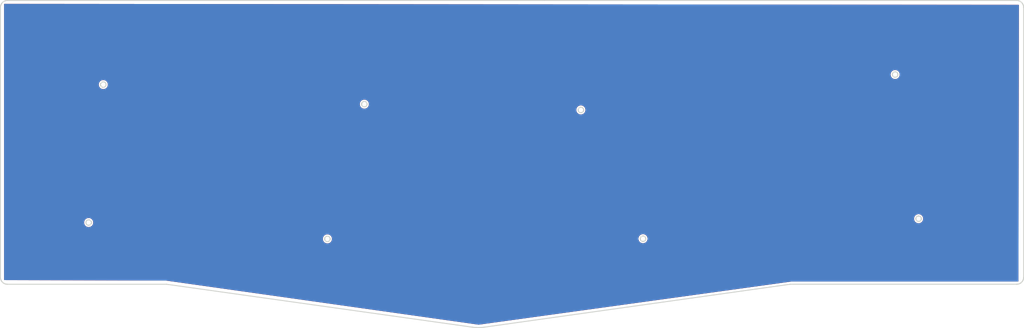
<source format=kicad_pcb>
(kicad_pcb (version 20210126) (generator pcbnew)
  (layers (0 "F.Cu" signal) (31 "B.Cu" signal) (34 "B.Paste" user) (35 "F.Paste" user) (36 "B.SilkS" user "B.Silkscreen") (37 "F.SilkS" user "F.Silkscreen") (38 "B.Mask" user) (39 "F.Mask" user) (44 "Edge.Cuts" user))
  (net 0 "")
  (gr_line (start 243.454851 91.384787) (end 243.403221 91.389817) (layer "Edge.Cuts") (width 0.264583))
  (gr_line (start 242.789158 91.829253) (end 242.778065 91.85269) (layer "Edge.Cuts") (width 0.264583))
  (gr_line (start 106.222961 84.16784) (end 106.222961 84.16784) (layer "Edge.Cuts") (width 0.264583))
  (gr_line (start 102.34154 124.387791) (end 102.32011 124.34055) (layer "Edge.Cuts") (width 0.264583))
  (gr_line (start 101.706063 125.489249) (end 101.757354 125.480865) (layer "Edge.Cuts") (width 0.264583))
  (gr_line (start 242.903919 91.657046) (end 242.887143 91.676915) (layer "Edge.Cuts") (width 0.264583))
  (gr_line (start 100.813477 124.563052) (end 100.809584 124.589109) (layer "Edge.Cuts") (width 0.264583))
  (gr_line (start 100.845362 124.436405) (end 100.837364 124.461189) (layer "Edge.Cuts") (width 0.264583))
  (gr_line (start 101.157106 124.029929) (end 101.135318 124.045063) (layer "Edge.Cuts") (width 0.264583))
  (gr_line (start 262.2211 129.361901) (end 262.21937 129.308552) (layer "Edge.Cuts") (width 0.264583))
  (gr_line (start 78.172226 60.57) (end 194.5 60.57) (layer "Edge.Cuts") (width 0.264583))
  (gr_line (start 76.195272 62.265393) (end 76.21286 62.166905) (layer "Edge.Cuts") (width 0.264583))
  (gr_line (start 105.05029 84.652384) (end 105.043902 84.677731) (layer "Edge.Cuts") (width 0.264583))
  (gr_line (start 105.82274 84.06054) (end 105.770943 84.062217) (layer "Edge.Cuts") (width 0.264583))
  (gr_line (start 102.048137 124.029929) (end 102.002838 124.001702) (layer "Edge.Cuts") (width 0.264583))
  (gr_line (start 100.863716 124.387783) (end 100.854149 124.41193) (layer "Edge.Cuts") (width 0.264583))
  (gr_line (start 261.317626 128.567857) (end 261.266336 128.576239) (layer "Edge.Cuts") (width 0.264583))
  (gr_line (start 244.295834 92.316013) (end 244.299728 92.289958) (layer "Edge.Cuts") (width 0.264583))
  (gr_line (start 101.202407 124.001702) (end 101.179472 124.01547) (layer "Edge.Cuts") (width 0.264583))
  (gr_line (start 102.320122 125.049807) (end 102.331216 125.02637) (layer "Edge.Cuts") (width 0.264583))
  (gr_line (start 340.135172 123.897711) (end 340.156605 123.944953) (layer "Edge.Cuts") (width 0.264583))
  (gr_line (start 106.618855 84.941132) (end 106.621033 84.914695) (layer "Edge.Cuts") (width 0.264583))
  (gr_line (start 244.109392 92.710722) (end 244.12617 92.690853) (layer "Edge.Cuts") (width 0.264583))
  (gr_line (start 76.329398 61.791486) (end 76.369449 61.702894) (layer "Edge.Cuts") (width 0.264583))
  (gr_line (start 244.245572 91.876499) (end 244.224142 91.829258) (layer "Edge.Cuts") (width 0.264583))
  (gr_line (start 169.726221 129.041977) (end 169.714381 129.065032) (layer "Edge.Cuts") (width 0.264583))
  (gr_line (start 370.570861 61.155816) (end 370.639248 61.227679) (layer "Edge.Cuts") (width 0.264583))
  (gr_line (start 340.254583 123.083364) (end 340.238479 123.103743) (layer "Edge.Cuts") (width 0.264583))
  (gr_line (start 169.653018 129.236099) (end 169.647451 129.261701) (layer "Edge.Cuts") (width 0.264583))
  (gr_line (start 333.324616 81.825778) (end 333.320723 81.851835) (layer "Edge.Cuts") (width 0.264583))
  (gr_line (start 243.251057 92.942743) (end 243.30117 92.957835) (layer "Edge.Cuts") (width 0.264583))
  (gr_line (start 341.459397 124.136512) (end 341.476838 124.117171) (layer "Edge.Cuts") (width 0.264583))
  (gr_line (start 106.458345 84.37471) (end 106.425463 84.334462) (layer "Edge.Cuts") (width 0.264583))
  (gr_line (start 244.073859 92.748856) (end 244.091952 92.730062) (layer "Edge.Cuts") (width 0.264583))
  (gr_line (start 171.160459 129.750857) (end 171.170794 129.727056) (layer "Edge.Cuts") (width 0.264583))
  (gr_line (start 333.646469 81.307789) (end 333.62527 81.323578) (layer "Edge.Cuts") (width 0.264583))
  (gr_line (start 181.88339 90.458815) (end 181.878168 90.406114) (layer "Edge.Cuts") (width 0.264583))
  (gr_line (start 244.199722 91.783547) (end 244.172397 91.739511) (layer "Edge.Cuts") (width 0.264583))
  (gr_line (start 341.646569 123.381431) (end 341.631369 123.331571) (layer "Edge.Cuts") (width 0.264583))
  (gr_line (start 214.777211 155.002003) (end 214.359118 155.023899) (layer "Edge.Cuts") (width 0.264583))
  (gr_line (start 242.871061 92.670471) (end 242.903942 92.71072) (layer "Edge.Cuts") (width 0.264583))
  (gr_line (start 181.881214 90.59198) (end 181.883392 90.565544) (layer "Edge.Cuts") (width 0.264583))
  (gr_line (start 181.687838 91.038999) (end 181.704615 91.019131) (layer "Edge.Cuts") (width 0.264583))
  (gr_line (start 171.180361 129.702909) (end 171.189149 129.678435) (layer "Edge.Cuts") (width 0.264583))
  (gr_line (start 170.226385 130.193614) (end 170.27717 130.205352) (layer "Edge.Cuts") (width 0.264583))
  (gr_line (start 244.306671 92.183923) (end 244.306671 92.183923) (layer "Edge.Cuts") (width 0.264583))
  (gr_line (start 333.341305 81.748989) (end 333.334918 81.774337) (layer "Edge.Cuts") (width 0.264583))
  (gr_line (start 369.156646 60.57) (end 369.156646 60.57) (layer "Edge.Cuts") (width 0.264583))
  (gr_line (start 341.319626 124.255579) (end 341.341415 124.240446) (layer "Edge.Cuts") (width 0.264583))
  (gr_line (start 105.293688 85.46216) (end 105.334274 85.49563) (layer "Edge.Cuts") (width 0.264583))
  (gr_line (start 369.922016 60.722249) (end 370.011216 60.761773) (layer "Edge.Cuts") (width 0.264583))
  (gr_line (start 333.668257 81.292655) (end 333.646469 81.307789) (layer "Edge.Cuts") (width 0.264583))
  (gr_line (start 106.175899 85.579921) (end 106.222976 85.554772) (layer "Edge.Cuts") (width 0.264583))
  (gr_line (start 169.631881 129.41964) (end 169.633608 129.472995) (layer "Edge.Cuts") (width 0.264583))
  (gr_line (start 181.573604 89.87783) (end 181.53062 89.84691) (layer "Edge.Cuts") (width 0.264583))
  (gr_line (start 340.084913 123.458204) (end 340.081018 123.48426) (layer "Edge.Cuts") (width 0.264583))
  (gr_line (start 180.596633 91.146479) (end 180.639619 91.177398) (layer "Edge.Cuts") (width 0.264583))
  (gr_line (start 76.212871 140.922313) (end 76.195281 140.823825) (layer "Edge.Cuts") (width 0.264583))
  (gr_line (start 262.160003 129.669301) (end 262.16957 129.645154) (layer "Edge.Cuts") (width 0.264583))
  (gr_line (start 333.760667 82.676509) (end 333.808923 82.698304) (layer "Edge.Cuts") (width 0.264583))
  (gr_line (start 334.514007 82.65136) (end 334.536944 82.637595) (layer "Edge.Cuts") (width 0.264583))
  (gr_line (start 100.830177 124.904064) (end 100.845376 124.953928) (layer "Edge.Cuts") (width 0.264583))
  (gr_line (start 77.484568 142.397862) (end 77.393746 142.362052) (layer "Edge.Cuts") (width 0.264583))
  (gr_line (start 262.040583 129.868878) (end 262.056686 129.848499) (layer "Edge.Cuts") (width 0.264583))
  (gr_line (start 334.680963 81.392929) (end 334.642859 81.357051) (layer "Edge.Cuts") (width 0.264583))
  (gr_line (start 243.018132 91.549561) (end 242.997536 91.565988) (layer "Edge.Cuts") (width 0.264583))
  (gr_line (start 76.569555 61.373345) (end 76.628928 61.297791) (layer "Edge.Cuts") (width 0.264583))
  (gr_line (start 76.413631 141.472554) (end 76.369463 141.386319) (layer "Edge.Cuts") (width 0.264583))
  (gr_line (start 102.238221 124.208587) (end 102.20534 124.168339) (layer "Edge.Cuts") (width 0.264583))
  (gr_line (start 106.268276 85.52655) (end 106.290062 85.511418) (layer "Edge.Cuts") (width 0.264583))
  (gr_line (start 244.255156 92.467131) (end 244.263945 92.442656) (layer "Edge.Cuts") (width 0.264583))
  (gr_line (start 341.129694 122.831474) (end 341.079584 122.816382) (layer "Edge.Cuts") (width 0.264583))
  (gr_line (start 106.351844 85.46216) (end 106.37121 85.444514) (layer "Edge.Cuts") (width 0.264583))
  (gr_line (start 180.346198 90.204754) (end 180.336632 90.228901) (layer "Edge.Cuts") (width 0.264583))
  (gr_line (start 101.249513 125.413788) (end 101.297768 125.435588) (layer "Edge.Cuts") (width 0.264583))
  (gr_line (start 370.820619 61.460425) (end 370.87292 61.543179) (layer "Edge.Cuts") (width 0.264583))
  (gr_line (start 102.359907 124.953948) (end 102.367906 124.929164) (layer "Edge.Cuts") (width 0.264583))
  (gr_line (start 261.116174 128.621506) (end 261.067918 128.643302) (layer "Edge.Cuts") (width 0.264583))
  (gr_line (start 334.831268 81.603276) (end 334.80685 81.557564) (layer "Edge.Cuts") (width 0.264583))
  (gr_line (start 77.867633 60.593015) (end 77.967724 60.580296) (layer "Edge.Cuts") (width 0.264583))
  (gr_line (start 78.17221 60.56997) (end 78.17221 60.56997) (layer "Edge.Cuts") (width 0.264583))
  (gr_line (start 260.975539 128.696672) (end 260.95375 128.711804) (layer "Edge.Cuts") (width 0.264583))
  (gr_line (start 171.097611 128.97529) (end 171.067467 128.933075) (layer "Edge.Cuts") (width 0.264583))
  (gr_line (start 76.97559 60.967304) (end 77.054002 60.911543) (layer "Edge.Cuts") (width 0.264583))
  (gr_line (start 105.770967 85.660395) (end 105.822763 85.662072) (layer "Edge.Cuts") (width 0.264583))
  (gr_line (start 333.365289 81.674656) (end 333.356501 81.699131) (layer "Edge.Cuts") (width 0.264583))
  (gr_line (start 242.708364 92.237216) (end 242.713587 92.289917) (layer "Edge.Cuts") (width 0.264583))
  (gr_line (start 260.622787 129.41523) (end 260.628007 129.467935) (layer "Edge.Cuts") (width 0.264583))
  (gr_line (start 102.20534 124.168339) (end 102.169807 124.130203) (layer "Edge.Cuts") (width 0.264583))
  (gr_line (start 105.023186 84.834516) (end 105.022766 84.86126) (layer "Edge.Cuts") (width 0.264583))
  (gr_line (start 244.245589 92.491277) (end 244.255156 92.467131) (layer "Edge.Cuts") (width 0.264583))
  (gr_line (start 171.231872 129.419701) (end 171.231872 129.419701) (layer "Edge.Cuts") (width 0.264583))
  (gr_line (start 261.165441 128.603064) (end 261.116174 128.621506) (layer "Edge.Cuts") (width 0.264583))
  (gr_line (start 213.940643 155.031197) (end 213.522168 155.023899) (layer "Edge.Cuts") (width 0.264583))
  (gr_line (start 100.818212 124.537214) (end 100.813477 124.563052) (layer "Edge.Cuts") (width 0.264583))
  (gr_line (start 341.274322 124.283807) (end 341.274322 124.283807) (layer "Edge.Cuts") (width 0.264583))
  (gr_line (start 76.262156 141.11398) (end 76.235204 141.019073) (layer "Edge.Cuts") (width 0.264583))
  (gr_line (start 243.906891 92.877343) (end 243.929824 92.863578) (layer "Edge.Cuts") (width 0.264583))
  (gr_line (start 261.421081 130.162682) (end 261.472878 130.161006) (layer "Edge.Cuts") (width 0.264583))
  (gr_line (start 369.842011 142.397846) (end 369.749085 142.429291) (layer "Edge.Cuts") (width 0.264583))
  (gr_line (start 244.263945 92.442656) (end 244.271944 92.417873) (layer "Edge.Cuts") (width 0.264583))
  (gr_line (start 370.634755 141.863966) (end 370.568535 141.933423) (layer "Edge.Cuts") (width 0.264583))
  (gr_line (start 244.073833 91.618912) (end 244.03573 91.583034) (layer "Edge.Cuts") (width 0.264583))
  (gr_line (start 262.186358 129.595896) (end 262.193558 129.570821) (layer "Edge.Cuts") (width 0.264583))
  (gr_line (start 181.764883 90.934739) (end 181.778186 90.912503) (layer "Edge.Cuts") (width 0.264583))
  (gr_line (start 333.408123 81.580215) (end 333.396283 81.60327) (layer "Edge.Cuts") (width 0.264583))
  (gr_line (start 333.34131 82.16679) (end 333.356509 82.216654) (layer "Edge.Cuts") (width 0.264583))
  (gr_line (start 106.615809 84.755246) (end 106.607177 84.703349) (layer "Edge.Cuts") (width 0.264583))
  (gr_line (start 100.845376 124.953928) (end 100.863732 125.002554) (layer "Edge.Cuts") (width 0.264583))
  (gr_line (start 334.716498 81.431065) (end 334.680963 81.392929) (layer "Edge.Cuts") (width 0.264583))
  (gr_line (start 169.738819 129.819997) (end 169.766142 129.864034) (layer "Edge.Cuts") (width 0.264583))
  (gr_line (start 180.419363 90.067771) (end 180.405345 90.08957) (layer "Edge.Cuts") (width 0.264583))
  (gr_line (start 340.125595 123.307087) (end 340.116806 123.331561) (layer "Edge.Cuts") (width 0.264583))
  (gr_line (start 340.116814 123.849084) (end 340.135172 123.897711) (layer "Edge.Cuts") (width 0.264583))
  (gr_line (start 261.821258 128.66845) (end 261.774183 128.643302) (layer "Edge.Cuts") (width 0.264583))
  (gr_line (start 334.913368 81.984684) (end 334.913788 81.95794) (layer "Edge.Cuts") (width 0.264583))
  (gr_line (start 181.885116 90.5122) (end 181.885116 90.51217) (layer "Edge.Cuts") (width 0.264583))
  (gr_line (start 105.255558 84.296327) (end 105.237465 84.315121) (layer "Edge.Cuts") (width 0.264583))
  (gr_line (start 100.90958 125.095509) (end 100.936903 125.139547) (layer "Edge.Cuts") (width 0.264583))
  (gr_line (start 333.356501 81.699131) (end 333.348503 81.723914) (layer "Edge.Cuts") (width 0.264583))
  (gr_line (start 169.659405 129.210751) (end 169.653018 129.236099) (layer "Edge.Cuts") (width 0.264583))
  (gr_line (start 242.813591 92.584218) (end 242.840915 92.628255) (layer "Edge.Cuts") (width 0.264583))
  (gr_line (start 242.749374 91.925113) (end 242.741375 91.949897) (layer "Edge.Cuts") (width 0.264583))
  (gr_line (start 261.215582 130.135857) (end 261.266366 130.147593) (layer "Edge.Cuts") (width 0.264583))
  (gr_line (start 106.38993 84.296327) (end 106.351829 84.260452) (layer "Edge.Cuts") (width 0.264583))
  (gr_line (start 100.830166 124.486264) (end 100.823779 124.511611) (layer "Edge.Cuts") (width 0.264583))
  (gr_line (start 333.54658 81.392928) (end 333.528487 81.411723) (layer "Edge.Cuts") (width 0.264583))
  (gr_line (start 102.295704 125.095517) (end 102.308281 125.072862) (layer "Edge.Cuts") (width 0.264583))
  (gr_line (start 260.853861 128.796937) (end 260.835768 128.815731) (layer "Edge.Cuts") (width 0.264583))
  (gr_line (start 243.811529 91.443467) (end 243.762262 91.425025) (layer "Edge.Cuts") (width 0.264583))
  (gr_line (start 333.420715 82.358235) (end 333.44804 82.402273) (layer "Edge.Cuts") (width 0.264583))
  (gr_line (start 101.808139 125.469126) (end 101.85825 125.454034) (layer "Edge.Cuts") (width 0.264583))
  (gr_line (start 340.520982 124.308955) (end 340.569238 124.33075) (layer "Edge.Cuts") (width 0.264583))
  (gr_line (start 181.704615 91.019131) (end 181.720719 90.998752) (layer "Edge.Cuts") (width 0.264583))
  (gr_line (start 261.020874 130.055382) (end 261.067949 130.080531) (layer "Edge.Cuts") (width 0.264583))
  (gr_line (start 334.60227 81.323578) (end 334.559281 81.292655) (layer "Edge.Cuts") (width 0.264583))
  (gr_line (start 105.313646 84.243407) (end 105.293659 84.260452) (layer "Edge.Cuts") (width 0.264583))
  (gr_line (start 340.156592 123.235701) (end 340.145499 123.259139) (layer "Edge.Cuts") (width 0.264583))
  (gr_line (start 180.367625 90.157515) (end 180.356533 90.180953) (layer "Edge.Cuts") (width 0.264583))
  (gr_line (start 77.86765 142.496175) (end 77.769161 142.478587) (layer "Edge.Cuts") (width 0.264583))
  (gr_line (start 340.618505 124.349192) (end 340.668615 124.364281) (layer "Edge.Cuts") (width 0.264583))
  (gr_line (start 171.170794 129.727056) (end 171.180361 129.702909) (layer "Edge.Cuts") (width 0.264583))
  (gr_line (start 369.257276 142.516614) (end 369.154358 142.519219) (layer "Edge.Cuts") (width 0.264583))
  (gr_line (start 181.869544 90.670128) (end 181.87428 90.644291) (layer "Edge.Cuts") (width 0.264583))
  (gr_line (start 169.829168 129.946498) (end 169.864701 129.984634) (layer "Edge.Cuts") (width 0.264583))
  (gr_line (start 260.715404 128.984222) (end 260.703564 129.007277) (layer "Edge.Cuts") (width 0.264583))
  (gr_line (start 261.472878 130.161006) (end 261.524506 130.155976) (layer "Edge.Cuts") (width 0.264583))
  (gr_line (start 369.932831 142.362035) (end 369.842011 142.397846) (layer "Edge.Cuts") (width 0.264583))
  (gr_line (start 180.517945 91.077132) (end 180.556047 91.113008) (layer "Edge.Cuts") (width 0.264583))
  (gr_line (start 243.859785 91.465262) (end 243.811529 91.443467) (layer "Edge.Cuts") (width 0.264583))
  (gr_line (start 261.725958 130.102326) (end 261.774214 130.080531) (layer "Edge.Cuts") (width 0.264583))
  (gr_line (start 105.334244 84.226981) (end 105.313646 84.243407) (layer "Edge.Cuts") (width 0.264583))
  (gr_line (start 105.038335 84.703332) (end 105.0336 84.72917) (layer "Edge.Cuts") (width 0.264583))
  (gr_line (start 102.402213 124.721958) (end 102.402633 124.695214) (layer "Edge.Cuts") (width 0.264583))
  (gr_line (start 333.434003 81.535325) (end 333.4207 81.557561) (layer "Edge.Cuts") (width 0.264583))
  (gr_line (start 242.717481 92.051761) (end 242.713586 92.077818) (layer "Edge.Cuts") (width 0.264583))
  (gr_line (start 334.513977 81.264428) (end 334.466902 81.23928) (layer "Edge.Cuts") (width 0.264583))
  (gr_line (start 181.438258 91.230769) (end 181.485336 91.205621) (layer "Edge.Cuts") (width 0.264583))
  (gr_line (start 169.864674 128.85469) (end 169.846581 128.873484) (layer "Edge.Cuts") (width 0.264583))
  (gr_line (start 101.397144 125.469126) (end 101.447928 125.480865) (layer "Edge.Cuts") (width 0.264583))
  (gr_line (start 262.138561 129.007283) (end 262.114139 128.961571) (layer "Edge.Cuts") (width 0.264583))
  (gr_line (start 341.362614 124.224656) (end 341.383213 124.208229) (layer "Edge.Cuts") (width 0.264583))
  (gr_line (start 77.305154 142.322001) (end 77.218919 142.277834) (layer "Edge.Cuts") (width 0.264583))
  (gr_line (start 105.469636 85.579921) (end 105.517891 85.601716) (layer "Edge.Cuts") (width 0.264583))
  (gr_line (start 244.291079 92.025938) (end 244.279125 91.974985) (layer "Edge.Cuts") (width 0.264583))
  (gr_line (start 106.222976 85.554772) (end 106.24591 85.541007) (layer "Edge.Cuts") (width 0.264583))
  (gr_line (start 102.39569 124.801249) (end 102.398731 124.774994) (layer "Edge.Cuts") (width 0.264583))
  (gr_line (start 102.400907 124.641829) (end 102.395685 124.58913) (layer "Edge.Cuts") (width 0.264583))
  (gr_line (start 243.201755 91.443467) (end 243.153495 91.465262) (layer "Edge.Cuts") (width 0.264583))
  (gr_line (start 243.95219 92.849121) (end 243.973976 92.833989) (layer "Edge.Cuts") (width 0.264583))
  (gr_line (start 243.454881 92.982989) (end 243.506679 92.984666) (layer "Edge.Cuts") (width 0.264583))
  (gr_line (start 371.064385 141.113982) (end 371.032943 141.206905) (layer "Edge.Cuts") (width 0.264583))
  (gr_line (start 105.050301 85.070189) (end 105.065499 85.120056) (layer "Edge.Cuts") (width 0.264583))
  (gr_line (start 105.422561 85.554772) (end 105.422561 85.554772) (layer "Edge.Cuts") (width 0.264583))
  (gr_line (start 243.061146 92.849121) (end 243.106445 92.877343) (layer "Edge.Cuts") (width 0.264583))
  (gr_line (start 244.30664 92.183892) (end 244.304921 92.130538) (layer "Edge.Cuts") (width 0.264583))
  (gr_line (start 242.78917 92.538505) (end 242.813591 92.584218) (layer "Edge.Cuts") (width 0.264583))
  (gr_line (start 171.051378 129.926632) (end 171.067481 129.906253) (layer "Edge.Cuts") (width 0.264583))
  (gr_line (start 261.821258 128.66845) (end 261.821258 128.66845) (layer "Edge.Cuts") (width 0.264583))
  (gr_line (start 370.964879 61.715461) (end 371.004402 61.804662) (layer "Edge.Cuts") (width 0.264583))
  (gr_line (start 340.168433 123.212646) (end 340.156592 123.235701) (layer "Edge.Cuts") (width 0.264583))
  (gr_line (start 370.697613 141.791399) (end 370.634755 141.863966) (layer "Edge.Cuts") (width 0.264583))
  (gr_line (start 106.331857 85.479205) (end 106.351844 85.46216) (layer "Edge.Cuts") (width 0.264583))
  (gr_line (start 100.922862 124.272599) (end 100.909559 124.294835) (layer "Edge.Cuts") (width 0.264583))
  (gr_line (start 244.299706 92.077838) (end 244.291079 92.025938) (layer "Edge.Cuts") (width 0.264583))
  (gr_line (start 260.818365 129.888745) (end 260.8539 129.926881) (layer "Edge.Cuts") (width 0.264583))
  (gr_line (start 242.722221 92.341818) (end 242.73418 92.392773) (layer "Edge.Cuts") (width 0.264583))
  (gr_line (start 333.478187 82.444488) (end 333.51107 82.484737) (layer "Edge.Cuts") (width 0.264583))
  (gr_line (start 261.774183 128.643302) (end 261.725928 128.621506) (layer "Edge.Cuts") (width 0.264583))
  (gr_line (start 76.172226 62.56997) (end 76.174829 62.467052) (layer "Edge.Cuts") (width 0.264583))
  (gr_line (start 260.663796 129.62066) (end 260.682154 129.669287) (layer "Edge.Cuts") (width 0.264583))
  (gr_line (start 371.154188 62.470858) (end 371.156646 62.570031) (layer "Edge.Cuts") (width 0.264583))
  (gr_line (start 334.764822 82.423621) (end 334.779547 82.402278) (layer "Edge.Cuts") (width 0.264583))
  (gr_line (start 333.62527 81.323578) (end 333.604671 81.340005) (layer "Edge.Cuts") (width 0.264583))
  (gr_line (start 371.039529 61.895682) (end 371.070193 61.98836) (layer "Edge.Cuts") (width 0.264583))
  (gr_line (start 261.020843 128.66845) (end 261.020843 128.66845) (layer "Edge.Cuts") (width 0.264583))
  (gr_line (start 124.074173 142.519219) (end 124.074173 142.519219) (layer "Edge.Cuts") (width 0.264583))
  (gr_line (start 105.129703 85.261643) (end 105.157027 85.305682) (layer "Edge.Cuts") (width 0.264583))
  (gr_line (start 261.844225 130.041615) (end 261.866593 130.027155) (layer "Edge.Cuts") (width 0.264583))
  (gr_line (start 101.447928 125.480865) (end 101.499217 125.489249) (layer "Edge.Cuts") (width 0.264583))
  (gr_line (start 169.642716 129.28754) (end 169.638823 129.313596) (layer "Edge.Cuts") (width 0.264583))
  (gr_line (start 242.767739 92.491262) (end 242.78917 92.538505) (layer "Edge.Cuts") (width 0.264583))
  (gr_line (start 170.328434 128.625596) (end 170.277143 128.633979) (layer "Edge.Cuts") (width 0.264583))
  (gr_line (start 333.546606 82.522872) (end 333.58471 82.558748) (layer "Edge.Cuts") (width 0.264583))
  (gr_line (start 102.308281 125.072862) (end 102.320122 125.049807) (layer "Edge.Cuts") (width 0.264583))
  (gr_line (start 262.086831 129.806285) (end 262.100851 129.784486) (layer "Edge.Cuts") (width 0.264583))
  (gr_line (start 100.863732 125.002554) (end 100.885161 125.049796) (layer "Edge.Cuts") (width 0.264583))
  (gr_line (start 243.061116 91.518638) (end 243.039329 91.533771) (layer "Edge.Cuts") (width 0.264583))
  (gr_line (start 244.306671 92.183923) (end 244.30664 92.183892) (layer "Edge.Cuts") (width 0.264583))
  (gr_line (start 100.951604 124.229456) (end 100.93688 124.2508) (layer "Edge.Cuts") (width 0.264583))
  (gr_line (start 105.719315 84.067246) (end 105.668024 84.075629) (layer "Edge.Cuts") (width 0.264583))
  (gr_line (start 180.449531 90.998747) (end 180.482412 91.038996) (layer "Edge.Cuts") (width 0.264583))
  (gr_line (start 180.367644 90.866777) (end 180.392063 90.912492) (layer "Edge.Cuts") (width 0.264583))
  (gr_line (start 180.684921 91.205621) (end 180.731996 91.230769) (layer "Edge.Cuts") (width 0.264583))
  (gr_line (start 340.822318 124.38943) (end 340.874115 124.391106) (layer "Edge.Cuts") (width 0.264583))
  (gr_line (start 106.351829 84.260452) (end 106.311244 84.226981) (layer "Edge.Cuts") (width 0.264583))
  (gr_line (start 334.906846 82.063975) (end 334.909886 82.03772) (layer "Edge.Cuts") (width 0.264583))
  (gr_line (start 101.347005 123.936316) (end 101.297738 123.954758) (layer "Edge.Cuts") (width 0.264583))
  (gr_line (start 262.114154 129.76225) (end 262.126732 129.739595) (layer "Edge.Cuts") (width 0.264583))
  (gr_line (start 371.156646 62.570031) (end 371.154297 140.51928) (layer "Edge.Cuts") (width 0.264583))
  (gr_line (start 169.902803 130.02051) (end 169.943389 130.05398) (layer "Edge.Cuts") (width 0.264583))
  (gr_line (start 334.913757 81.957909) (end 334.912038 81.904555) (layer "Edge.Cuts") (width 0.264583))
  (gr_line (start 169.633605 129.366292) (end 169.632301 129.392893) (layer "Edge.Cuts") (width 0.264583))
  (gr_line (start 341.672378 123.536976) (end 341.667158 123.48428) (layer "Edge.Cuts") (width 0.264583))
  (gr_line (start 340.081018 123.48426) (end 340.077975 123.510515) (layer "Edge.Cuts") (width 0.264583))
  (gr_line (start 242.707057 92.157115) (end 242.706634 92.183861) (layer "Edge.Cuts") (width 0.264583))
  (gr_line (start 243.712152 91.409936) (end 243.661366 91.3982) (layer "Edge.Cuts") (width 0.264583))
  (gr_line (start 370.764195 61.380147) (end 370.820619 61.460425) (layer "Edge.Cuts") (width 0.264583))
  (gr_line (start 170.126978 128.679246) (end 170.078722 128.701041) (layer "Edge.Cuts") (width 0.264583))
  (gr_line (start 370.912918 141.472544) (end 370.864763 141.556295) (layer "Edge.Cuts") (width 0.264583))
  (gr_line (start 169.714381 129.065032) (end 169.703289 129.088469) (layer "Edge.Cuts") (width 0.264583))
  (gr_line (start 181.84238 90.253395) (end 181.824023 90.204769) (layer "Edge.Cuts") (width 0.264583))
  (gr_line (start 341.129725 124.349192) (end 341.178992 124.33075) (layer "Edge.Cuts") (width 0.264583))
  (gr_line (start 105.043902 84.677731) (end 105.038335 84.703332) (layer "Edge.Cuts") (width 0.264583))
  (gr_line (start 261.165471 130.120768) (end 261.215582 130.135857) (layer "Edge.Cuts") (width 0.264583))
  (gr_line (start 340.075795 123.643654) (end 340.081019 123.696359) (layer "Edge.Cuts") (width 0.264583))
  (gr_line (start 333.320724 82.063934) (end 333.329354 82.115835) (layer "Edge.Cuts") (width 0.264583))
  (gr_line (start 243.106414 91.490411) (end 243.106414 91.490411) (layer "Edge.Cuts") (width 0.264583))
  (gr_line (start 261.821289 130.055382) (end 261.821289 130.055382) (layer "Edge.Cuts") (width 0.264583))
  (gr_line (start 243.762293 92.942743) (end 243.81156 92.924297) (layer "Edge.Cuts") (width 0.264583))
  (gr_line (start 244.015771 92.801776) (end 244.035758 92.784731) (layer "Edge.Cuts") (width 0.264583))
  (gr_line (start 341.553881 124.01291) (end 341.567184 123.990674) (layer "Edge.Cuts") (width 0.264583))
  (gr_line (start 105.024492 84.91462) (end 105.029713 84.967325) (layer "Edge.Cuts") (width 0.264583))
  (gr_line (start 101.054169 124.111973) (end 101.035435 124.130203) (layer "Edge.Cuts") (width 0.264583))
  (gr_line (start 105.083855 85.168684) (end 105.105285 85.215929) (layer "Edge.Cuts") (width 0.264583))
  (gr_line (start 242.826879 91.761307) (end 242.813575 91.783543) (layer "Edge.Cuts") (width 0.264583))
  (gr_line (start 76.369463 141.386319) (end 76.329411 141.297728) (layer "Edge.Cuts") (width 0.264583))
  (gr_line (start 243.153495 91.465262) (end 243.106414 91.490411) (layer "Edge.Cuts") (width 0.264583))
  (gr_line (start 171.204337 129.210764) (end 171.189139 129.160902) (layer "Edge.Cuts") (width 0.264583))
  (gr_line (start 261.524475 128.567857) (end 261.472847 128.562827) (layer "Edge.Cuts") (width 0.264583))
  (gr_line (start 181.239837 91.297831) (end 181.290622 91.286095) (layer "Edge.Cuts") (width 0.264583))
  (gr_line (start 242.813575 91.783543) (end 242.800998 91.806198) (layer "Edge.Cuts") (width 0.264583))
  (gr_line (start 262.217191 129.441719) (end 262.21937 129.41528) (layer "Edge.Cuts") (width 0.264583))
  (gr_line (start 369.458933 142.496167) (end 369.358843 142.508888) (layer "Edge.Cuts") (width 0.264583))
  (gr_line (start 340.116806 123.331561) (end 340.108807 123.356344) (layer "Edge.Cuts") (width 0.264583))
  (gr_line (start 100.896982 124.317489) (end 100.885143 124.340545) (layer "Edge.Cuts") (width 0.264583))
  (gr_line (start 341.631382 123.849104) (end 341.63938 123.82432) (layer "Edge.Cuts") (width 0.264583))
  (gr_line (start 370.498998 61.087424) (end 370.570861 61.155816) (layer "Edge.Cuts") (width 0.264583))
  (gr_line (start 214.359118 155.023899) (end 213.940643 155.031197) (layer "Edge.Cuts") (width 0.264583))
  (gr_line (start 370.191406 142.229658) (end 370.107655 142.277815) (layer "Edge.Cuts") (width 0.264583))
  (gr_line (start 244.109368 91.657047) (end 244.073833 91.618912) (layer "Edge.Cuts") (width 0.264583))
  (gr_line (start 243.403251 92.977958) (end 243.454881 92.982989) (layer "Edge.Cuts") (width 0.264583))
  (gr_line (start 261.020874 130.055382) (end 261.020874 130.055382) (layer "Edge.Cuts") (width 0.264583))
  (gr_line (start 169.964557 128.76955) (end 169.943359 128.78534) (layer "Edge.Cuts") (width 0.264583))
  (gr_line (start 76.513795 61.451758) (end 76.569555 61.373345) (layer "Edge.Cuts") (width 0.264583))
  (gr_line (start 334.886264 82.166816) (end 334.892651 82.141469) (layer "Edge.Cuts") (width 0.264583))
  (gr_line (start 334.061973 81.158805) (end 334.010345 81.163834) (layer "Edge.Cuts") (width 0.264583))
  (gr_line (start 102.375096 124.486276) (end 102.359897 124.436415) (layer "Edge.Cuts") (width 0.264583))
  (gr_line (start 260.95375 128.711804) (end 260.932551 128.727592) (layer "Edge.Cuts") (width 0.264583))
  (gr_line (start 369.830995 60.68712) (end 369.922016 60.722249) (layer "Edge.Cuts") (width 0.264583))
  (gr_line (start 180.617801 89.862042) (end 180.596603 89.87783) (layer "Edge.Cuts") (width 0.264583))
  (gr_line (start 370.424167 61.022952) (end 370.498998 61.087424) (layer "Edge.Cuts") (width 0.264583))
  (gr_line (start 303.806945 142.519219) (end 215.610717 154.914422) (layer "Edge.Cuts") (width 0.264583))
  (gr_line (start 180.300695 90.354181) (end 180.29596 90.380018) (layer "Edge.Cuts") (width 0.264583))
  (gr_line (start 170.637366 128.645715) (end 170.586581 128.633979) (layer "Edge.Cuts") (width 0.264583))
  (gr_line (start 106.425478 85.388151) (end 106.442255 85.368282) (layer "Edge.Cuts") (width 0.264583))
  (gr_line (start 341.658527 123.432383) (end 341.646569 123.381431) (layer "Edge.Cuts") (width 0.264583))
  (gr_line (start 106.028244 84.087365) (end 105.977458 84.075629) (layer "Edge.Cuts") (width 0.264583))
  (gr_line (start 181.824023 90.204769) (end 181.802592 90.157526) (layer "Edge.Cuts") (width 0.264583))
  (gr_line (start 334.642886 82.558748) (end 334.662254 82.541102) (layer "Edge.Cuts") (width 0.264583))
  (gr_line (start 101.955775 125.413788) (end 102.002853 125.388634) (layer "Edge.Cuts") (width 0.264583))
  (gr_line (start 105.874559 85.660395) (end 105.926186 85.655366) (layer "Edge.Cuts") (width 0.264583))
  (gr_line (start 261.369254 128.562827) (end 261.317626 128.567857) (layer "Edge.Cuts") (width 0.264583))
  (gr_line (start 171.034601 129.9465) (end 171.051378 129.926632) (layer "Edge.Cuts") (width 0.264583))
  (gr_line (start 334.852696 81.650516) (end 334.831268 81.603276) (layer "Edge.Cuts") (width 0.264583))
  (gr_line (start 340.364986 122.972441) (end 340.344997 122.989486) (layer "Edge.Cuts") (width 0.264583))
  (gr_line (start 244.03573 91.583034) (end 243.995145 91.549561) (layer "Edge.Cuts") (width 0.264583))
  (gr_line (start 106.571242 85.14456) (end 106.58003 85.120086) (layer "Edge.Cuts") (width 0.264583))
  (gr_line (start 334.842379 82.289096) (end 334.852714 82.265295) (layer "Edge.Cuts") (width 0.264583))
  (gr_line (start 170.031646 128.726189) (end 170.008711 128.739957) (layer "Edge.Cuts") (width 0.264583))
  (gr_line (start 194.5 60.57) (end 233 60.57) (layer "Edge.Cuts") (width 0.264583))
  (gr_line (start 102.395685 124.58913) (end 102.387054 124.53723) (layer "Edge.Cuts") (width 0.264583))
  (gr_line (start 262.056686 129.848499) (end 262.072106 129.827628) (layer "Edge.Cuts") (width 0.264583))
  (gr_line (start 170.96095 128.818813) (end 170.920364 128.78534) (layer "Edge.Cuts") (width 0.264583))
  (gr_line (start 181.736138 90.977882) (end 181.750863 90.956538) (layer "Edge.Cuts") (width 0.264583))
  (gr_line (start 341.319591 122.925096) (end 341.274292 122.896874) (layer "Edge.Cuts") (width 0.264583))
  (gr_line (start 77.393727 60.727142) (end 77.484549 60.691331) (layer "Edge.Cuts") (width 0.264583))
  (gr_line (start 340.345025 124.191183) (end 340.385614 124.224656) (layer "Edge.Cuts") (width 0.264583))
  (gr_line (start 243.506679 92.984666) (end 243.558477 92.982989) (layer "Edge.Cuts") (width 0.264583))
  (gr_line (start 371.146859 62.372357) (end 371.154188 62.470858) (layer "Edge.Cuts") (width 0.264583))
  (gr_line (start 370.87292 61.543179) (end 370.921029 61.628246) (layer "Edge.Cuts") (width 0.264583))
  (gr_line (start 180.639619 91.177398) (end 180.684921 91.205621) (layer "Edge.Cuts") (width 0.264583))
  (gr_line (start 370.011216 60.761773) (end 370.098432 60.805625) (layer "Edge.Cuts") (width 0.264583))
  (gr_line (start 261.866593 130.027155) (end 261.888382 130.012022) (layer "Edge.Cuts") (width 0.264583))
  (gr_line (start 340.194315 123.167756) (end 340.181011 123.189992) (layer "Edge.Cuts") (width 0.264583))
  (gr_line (start 77.218901 60.811362) (end 77.305136 60.767194) (layer "Edge.Cuts") (width 0.264583))
  (gr_line (start 244.224142 91.829258) (end 244.199722 91.783547) (layer "Edge.Cuts") (width 0.264583))
  (gr_line (start 341.178961 122.849921) (end 341.129694 122.831474) (layer "Edge.Cuts") (width 0.264583))
  (gr_line (start 244.055125 92.767085) (end 244.073859 92.748856) (layer "Edge.Cuts") (width 0.264583))
  (gr_line (start 100.93688 124.2508) (end 100.922862 124.272599) (layer "Edge.Cuts") (width 0.264583))
  (gr_line (start 333.314201 81.931132) (end 333.313781 81.957879) (layer "Edge.Cuts") (width 0.264583))
  (gr_line (start 334.913788 81.95794) (end 334.913757 81.957909) (layer "Edge.Cuts") (width 0.264583))
  (gr_line (start 76.758028 141.933442) (end 76.691805 141.863984) (layer "Edge.Cuts") (width 0.264583))
  (gr_line (start 102.381493 124.878743) (end 102.387061 124.853142) (layer "Edge.Cuts") (width 0.264583))
  (gr_line (start 181.87428 90.644291) (end 181.878173 90.618235) (layer "Edge.Cuts") (width 0.264583))
  (gr_line (start 215.194538 154.965511) (end 214.777211 155.002003) (layer "Edge.Cuts") (width 0.264583))
  (gr_line (start 102.091121 124.060852) (end 102.048137 124.029929) (layer "Edge.Cuts") (width 0.264583))
  (gr_line (start 369.35432 60.579788) (end 369.451984 60.59192) (layer "Edge.Cuts") (width 0.264583))
  (gr_line (start 243.506649 91.383111) (end 243.454851 91.384787) (layer "Edge.Cuts") (width 0.264583))
  (gr_line (start 334.559281 81.292655) (end 334.513977 81.264428) (layer "Edge.Cuts") (width 0.264583))
  (gr_line (start 170.176245 128.660804) (end 170.126978 128.679246) (layer "Edge.Cuts") (width 0.264583))
  (gr_line (start 370.426512 142.062504) (end 370.35096 142.121876) (layer "Edge.Cuts") (width 0.264583))
  (gr_line (start 371.113666 140.922324) (end 371.091334 141.01908) (layer "Edge.Cuts") (width 0.264583))
  (gr_line (start 105.065499 85.120056) (end 105.083855 85.168684) (layer "Edge.Cuts") (width 0.264583))
  (gr_line (start 181.687823 89.985311) (end 181.65229 89.947176) (layer "Edge.Cuts") (width 0.264583))
  (gr_line (start 340.306894 123.025361) (end 340.288801 123.044155) (layer "Edge.Cuts") (width 0.264583))
  (gr_line (start 181.750849 90.067776) (end 181.720704 90.02556) (layer "Edge.Cuts") (width 0.264583))
  (gr_line (start 171.216294 129.261717) (end 171.204337 129.210764) (layer "Edge.Cuts") (width 0.264583))
  (gr_line (start 262.193558 129.570821) (end 262.199947 129.545473) (layer "Edge.Cuts") (width 0.264583))
  (gr_line (start 243.661397 92.969573) (end 243.712182 92.957835) (layer "Edge.Cuts") (width 0.264583))
  (gr_line (start 340.77069 124.3844) (end 340.822318 124.38943) (layer "Edge.Cuts") (width 0.264583))
  (gr_line (start 334.466902 81.23928) (end 334.418646 81.217484) (layer "Edge.Cuts") (width 0.264583))
  (gr_line (start 340.074066 123.590295) (end 340.075795 123.643654) (layer "Edge.Cuts") (width 0.264583))
  (gr_line (start 340.77066 122.796259) (end 340.719369 122.804644) (layer "Edge.Cuts") (width 0.264583))
  (gr_line (start 105.926186 85.655366) (end 105.977477 85.646983) (layer "Edge.Cuts") (width 0.264583))
  (gr_line (start 334.217194 81.163834) (end 334.165566 81.158805) (layer "Edge.Cuts") (width 0.264583))
  (gr_line (start 169.943359 128.78534) (end 169.922762 128.801767) (layer "Edge.Cuts") (width 0.264583))
  (gr_line (start 260.636638 129.519838) (end 260.648596 129.570795) (layer "Edge.Cuts") (width 0.264583))
  (gr_line (start 243.558446 91.384787) (end 243.506649 91.383111) (layer "Edge.Cuts") (width 0.264583))
  (gr_line (start 370.639248 61.227679) (end 370.703715 61.302511) (layer "Edge.Cuts") (width 0.264583))
  (gr_line (start 181.485321 89.818688) (end 181.438243 89.79354) (layer "Edge.Cuts") (width 0.264583))
  (gr_line (start 170.960965 130.02051) (end 170.980332 130.002864) (layer "Edge.Cuts") (width 0.264583))
  (gr_line (start 262.072106 129.827628) (end 262.086831 129.806285) (layer "Edge.Cuts") (width 0.264583))
  (gr_line (start 260.621063 129.361871) (end 260.621063 129.361871) (layer "Edge.Cuts") (width 0.264583))
  (gr_line (start 170.031677 130.113122) (end 170.078752 130.138276) (layer "Edge.Cuts") (width 0.264583))
  (gr_line (start 180.596603 89.87783) (end 180.576006 89.894255) (layer "Edge.Cuts") (width 0.264583))
  (gr_line (start 261.93018 129.979805) (end 261.950168 129.962759) (layer "Edge.Cuts") (width 0.264583))
  (gr_line (start 105.129682 84.460957) (end 105.117106 84.483612) (layer "Edge.Cuts") (width 0.264583))
  (gr_line (start 100.837364 124.461189) (end 100.830166 124.486264) (layer "Edge.Cuts") (width 0.264583))
  (gr_line (start 170.832092 130.113122) (end 170.832092 130.113122) (layer "Edge.Cuts") (width 0.264583))
  (gr_line (start 244.285531 92.367452) (end 244.291098 92.34185) (layer "Edge.Cuts") (width 0.264583))
  (gr_line (start 180.731996 91.230769) (end 180.780251 91.252564) (layer "Edge.Cuts") (width 0.264583))
  (gr_line (start 244.035758 92.784731) (end 244.055125 92.767085) (layer "Edge.Cuts") (width 0.264583))
  (gr_line (start 78.172226 142.519219) (end 78.172226 142.519219) (layer "Edge.Cuts") (width 0.264583))
  (gr_line (start 260.67257 129.078662) (end 260.663783 129.103137) (layer "Edge.Cuts") (width 0.264583))
  (gr_line (start 180.499825 89.965969) (end 180.482385 89.98531) (layer "Edge.Cuts") (width 0.264583))
  (gr_line (start 341.622595 123.873578) (end 341.631382 123.849104) (layer "Edge.Cuts") (width 0.264583))
  (gr_line (start 242.93945 91.618911) (end 242.921358 91.637706) (layer "Edge.Cuts") (width 0.264583))
  (gr_line (start 169.796262 128.933073) (end 169.780843 128.953943) (layer "Edge.Cuts") (width 0.264583))
  (gr_line (start 333.315505 81.90453) (end 333.314201 81.931132) (layer "Edge.Cuts") (width 0.264583))
  (gr_line (start 77.769161 142.478587) (end 77.672401 142.456255) (layer "Edge.Cuts") (width 0.264583))
  (gr_line (start 340.101607 123.381418) (end 340.095218 123.406765) (layer "Edge.Cuts") (width 0.264583))
  (gr_line (start 260.622787 129.308527) (end 260.621483 129.335126) (layer "Edge.Cuts") (width 0.264583))
  (gr_line (start 262.006364 129.908087) (end 262.023805 129.888747) (layer "Edge.Cuts") (width 0.264583))
  (gr_line (start 102.29569 124.294839) (end 102.268366 124.250802) (layer "Edge.Cuts") (width 0.264583))
  (gr_line (start 242.749381 92.442637) (end 242.767739 92.491262) (layer "Edge.Cuts") (width 0.264583))
  (gr_line (start 334.268515 82.743571) (end 334.319299 82.731835) (layer "Edge.Cuts") (width 0.264583))
  (gr_line (start 181.530635 91.177398) (end 181.552422 91.162267) (layer "Edge.Cuts") (width 0.264583))
  (gr_line (start 105.617267 85.635247) (end 105.668051 85.646983) (layer "Edge.Cuts") (width 0.264583))
  (gr_line (start 371.032943 141.206905) (end 370.997134 141.297724) (layer "Edge.Cuts") (width 0.264583))
  (gr_line (start 260.770028 128.896189) (end 260.755304 128.917533) (layer "Edge.Cuts") (width 0.264583))
  (gr_line (start 76.235204 141.019073) (end 76.212871 140.922313) (layer "Edge.Cuts") (width 0.264583))
  (gr_line (start 370.021421 142.321983) (end 369.932831 142.362035) (layer "Edge.Cuts") (width 0.264583))
  (gr_line (start 102.32011 124.34055) (end 102.29569 124.294839) (layer "Edge.Cuts") (width 0.264583))
  (gr_line (start 260.932589 129.996232) (end 260.975574 130.027155) (layer "Edge.Cuts") (width 0.264583))
  (gr_line (start 333.348503 81.723914) (end 333.341305 81.748989) (layer "Edge.Cuts") (width 0.264583))
  (gr_line (start 341.670201 123.670143) (end 341.672379 123.643704) (layer "Edge.Cuts") (width 0.264583))
  (gr_line (start 101.55082 123.896079) (end 101.499192 123.901108) (layer "Edge.Cuts") (width 0.264583))
  (gr_line (start 171.230148 129.473045) (end 171.231452 129.446446) (layer "Edge.Cuts") (width 0.264583))
  (gr_line (start 76.262144 61.975237) (end 76.293587 61.882309) (layer "Edge.Cuts") (width 0.264583))
  (gr_line (start 260.785481 129.848496) (end 260.818365 129.888745) (layer "Edge.Cuts") (width 0.264583))
  (gr_line (start 369.25582 60.572459) (end 369.35432 60.579788) (layer "Edge.Cuts") (width 0.264583))
  (gr_line (start 244.299728 92.289958) (end 244.302769 92.263703) (layer "Edge.Cuts") (width 0.264583))
  (gr_line (start 181.614189 89.9113) (end 181.573604 89.87783) (layer "Edge.Cuts") (width 0.264583))
  (gr_line (start 169.638829 129.525695) (end 169.64746 129.577596) (layer "Edge.Cuts") (width 0.264583))
  (gr_line (start 102.205355 125.222013) (end 102.222132 125.202144) (layer "Edge.Cuts") (width 0.264583))
  (gr_line (start 106.078356 84.102454) (end 106.028244 84.087365) (layer "Edge.Cuts") (width 0.264583))
  (gr_line (start 370.812743 141.637438) (end 370.756985 141.715848) (layer "Edge.Cuts") (width 0.264583))
  (gr_line (start 244.279125 91.974985) (end 244.263928 91.925123) (layer "Edge.Cuts") (width 0.264583))
  (gr_line (start 333.9083 82.731835) (end 333.959085 82.743571) (layer "Edge.Cuts") (width 0.264583))
  (gr_line (start 340.30692 124.155305) (end 340.345025 124.191183) (layer "Edge.Cuts") (width 0.264583))
  (gr_line (start 261.266366 130.147593) (end 261.317657 130.155976) (layer "Edge.Cuts") (width 0.264583))
  (gr_line (start 169.674601 129.160892) (end 169.666603 129.185676) (layer "Edge.Cuts") (width 0.264583))
  (gr_line (start 170.980332 130.002864) (end 170.999067 129.984635) (layer "Edge.Cuts") (width 0.264583))
  (gr_line (start 76.900037 61.026678) (end 76.97559 60.967304) (layer "Edge.Cuts") (width 0.264583))
  (gr_line (start 180.879627 91.286095) (end 180.93041 91.297831) (layer "Edge.Cuts") (width 0.264583))
  (gr_line (start 180.379465 90.13446) (end 180.367625 90.157515) (layer "Edge.Cuts") (width 0.264583))
  (gr_line (start 101.11415 125.329493) (end 101.157136 125.360412) (layer "Edge.Cuts") (width 0.264583))
  (gr_line (start 76.569571 141.715864) (end 76.51381 141.637452) (layer "Edge.Cuts") (width 0.264583))
  (gr_line (start 171.230146 129.366317) (end 171.224925 129.313617) (layer "Edge.Cuts") (width 0.264583))
  (gr_line (start 180.9817 91.306214) (end 181.033327 91.311244) (layer "Edge.Cuts") (width 0.264583))
  (gr_line (start 100.87405 124.363982) (end 100.863716 124.387783) (layer "Edge.Cuts") (width 0.264583))
  (gr_line (start 242.706634 92.183861) (end 242.708364 92.237216) (layer "Edge.Cuts") (width 0.264583))
  (gr_line (start 333.959054 81.172217) (end 333.90827 81.183953) (layer "Edge.Cuts") (width 0.264583))
  (gr_line (start 170.877378 128.754417) (end 170.832077 128.726189) (layer "Edge.Cuts") (width 0.264583))
  (gr_line (start 102.151087 125.278376) (end 102.169822 125.260147) (layer "Edge.Cuts") (width 0.264583))
  (gr_line (start 341.079614 124.364281) (end 341.129725 124.349192) (layer "Edge.Cuts") (width 0.264583))
  (gr_line (start 340.428572 122.925096) (end 340.406784 122.940228) (layer "Edge.Cuts") (width 0.264583))
  (gr_line (start 333.313781 81.957879) (end 333.313781 81.957879) (layer "Edge.Cuts") (width 0.264583))
  (gr_line (start 260.975574 130.027155) (end 261.020874 130.055382) (layer "Edge.Cuts") (width 0.264583))
  (gr_line (start 76.461774 61.532904) (end 76.513795 61.451758) (layer "Edge.Cuts") (width 0.264583))
  (gr_line (start 260.682154 129.669287) (end 260.703587 129.716529) (layer "Edge.Cuts") (width 0.264583))
  (gr_line (start 260.624964 129.28209) (end 260.622787 129.308527) (layer "Edge.Cuts") (width 0.264583))
  (gr_line (start 76.758011 61.155762) (end 76.827469 61.089539) (layer "Edge.Cuts") (width 0.264583))
  (gr_line (start 341.274292 122.896874) (end 341.227217 122.87172) (layer "Edge.Cuts") (width 0.264583))
  (gr_line (start 340.288801 123.044155) (end 340.27136 123.063496) (layer "Edge.Cuts") (width 0.264583))
  (gr_line (start 102.002853 125.388634) (end 102.002853 125.388634) (layer "Edge.Cuts") (width 0.264583))
  (gr_line (start 105.065485 84.602526) (end 105.057487 84.62731) (layer "Edge.Cuts") (width 0.264583))
  (gr_line (start 261.866563 128.696672) (end 261.821258 128.66845) (layer "Edge.Cuts") (width 0.264583))
  (gr_line (start 340.406784 122.940228) (end 340.385585 122.956016) (layer "Edge.Cuts") (width 0.264583))
  (gr_line (start 244.271944 92.417873) (end 244.279143 92.392799) (layer "Edge.Cuts") (width 0.264583))
  (gr_line (start 102.375105 124.90409) (end 102.381493 124.878743) (layer "Edge.Cuts") (width 0.264583))
  (gr_line (start 102.253655 125.160896) (end 102.26838 125.139552) (layer "Edge.Cuts") (width 0.264583))
  (gr_line (start 334.699082 82.504079) (end 334.716523 82.484739) (layer "Edge.Cuts") (width 0.264583))
  (gr_line (start 102.341551 125.002569) (end 102.351119 124.978422) (layer "Edge.Cuts") (width 0.264583))
  (gr_line (start 170.832092 130.113122) (end 170.855027 130.099357) (layer "Edge.Cuts") (width 0.264583))
  (gr_line (start 262.199947 129.545473) (end 262.205516 129.519871) (layer "Edge.Cuts") (width 0.264583))
  (gr_line (start 181.720704 90.02556) (end 181.687823 89.985311) (layer "Edge.Cuts") (width 0.264583))
  (gr_line (start 171.149366 129.774295) (end 171.160459 129.750857) (layer "Edge.Cuts") (width 0.264583))
  (gr_line (start 340.108807 123.356344) (end 340.101607 123.381418) (layer "Edge.Cuts") (width 0.264583))
  (gr_line (start 340.156605 123.944953) (end 340.181026 123.990666) (layer "Edge.Cuts") (width 0.264583))
  (gr_line (start 334.418677 82.698304) (end 334.466932 82.676509) (layer "Edge.Cuts") (width 0.264583))
  (gr_line (start 370.499078 141.999644) (end 370.426512 142.062504) (layer "Edge.Cuts") (width 0.264583))
  (gr_line (start 340.095218 123.406765) (end 340.08965 123.432367) (layer "Edge.Cuts") (width 0.264583))
  (gr_line (start 105.024489 84.807916) (end 105.023186 84.834516) (layer "Edge.Cuts") (width 0.264583))
  (gr_line (start 170.877394 130.0849) (end 170.899181 130.069768) (layer "Edge.Cuts") (width 0.264583))
  (gr_line (start 181.239818 89.726477) (end 181.188526 89.718095) (layer "Edge.Cuts") (width 0.264583))
  (gr_line (start 180.434087 90.046427) (end 180.419363 90.067771) (layer "Edge.Cuts") (width 0.264583))
  (gr_line (start 102.402633 124.695214) (end 102.402633 124.695184) (layer "Edge.Cuts") (width 0.264583))
  (gr_line (start 106.290062 85.511418) (end 106.31126 85.495631) (layer "Edge.Cuts") (width 0.264583))
  (gr_line (start 261.575796 130.147593) (end 261.626581 130.135857) (layer "Edge.Cuts") (width 0.264583))
  (gr_line (start 170.127007 130.160075) (end 170.176275 130.178522) (layer "Edge.Cuts") (width 0.264583))
  (gr_line (start 170.277143 128.633979) (end 170.226357 128.645715) (layer "Edge.Cuts") (width 0.264583))
  (gr_line (start 105.142985 84.438721) (end 105.129682 84.460957) (layer "Edge.Cuts") (width 0.264583))
  (gr_line (start 105.37726 85.52655) (end 105.422561 85.554772) (layer "Edge.Cuts") (width 0.264583))
  (gr_line (start 244.091952 92.730062) (end 244.109392 92.710722) (layer "Edge.Cuts") (width 0.264583))
  (gr_line (start 181.883392 90.565544) (end 181.884696 90.538944) (layer "Edge.Cuts") (width 0.264583))
  (gr_line (start 102.402633 124.695184) (end 102.400907 124.641829) (layer "Edge.Cuts") (width 0.264583))
  (gr_line (start 181.878168 90.406114) (end 181.869537 90.354213) (layer "Edge.Cuts") (width 0.264583))
  (gr_line (start 334.779547 82.402278) (end 334.793566 82.380479) (layer "Edge.Cuts") (width 0.264583))
  (gr_line (start 243.661366 91.3982) (end 243.610075 91.389817) (layer "Edge.Cuts") (width 0.264583))
  (gr_line (start 102.402633 124.695214) (end 102.402633 124.695214) (layer "Edge.Cuts") (width 0.264583))
  (gr_line (start 341.341415 124.240446) (end 341.362614 124.224656) (layer "Edge.Cuts") (width 0.264583))
  (gr_line (start 333.374855 81.650509) (end 333.365289 81.674656) (layer "Edge.Cuts") (width 0.264583))
  (gr_line (start 102.391797 124.827304) (end 102.39569 124.801249) (layer "Edge.Cuts") (width 0.264583))
  (gr_line (start 105.874537 84.062217) (end 105.82274 84.06054) (layer "Edge.Cuts") (width 0.264583))
  (gr_line (start 341.178992 124.33075) (end 341.227247 124.308955) (layer "Edge.Cuts") (width 0.264583))
  (gr_line (start 242.903942 92.71072) (end 242.939476 92.748855) (layer "Edge.Cuts") (width 0.264583))
  (gr_line (start 261.774214 130.080531) (end 261.821289 130.055382) (layer "Edge.Cuts") (width 0.264583))
  (gr_line (start 105.038344 85.01923) (end 105.050301 85.070189) (layer "Edge.Cuts") (width 0.264583))
  (gr_line (start 260.648587 129.152994) (end 260.642199 129.178341) (layer "Edge.Cuts") (width 0.264583))
  (gr_line (start 233 60.57) (end 233 60.57) (layer "Edge.Cuts") (width 0.264583))
  (gr_line (start 340.2385 124.07692) (end 340.271384 124.117169) (layer "Edge.Cuts") (width 0.264583))
  (gr_line (start 262.21937 129.41528) (end 262.220677 129.388679) (layer "Edge.Cuts") (width 0.264583))
  (gr_line (start 180.482385 89.98531) (end 180.465609 90.005178) (layer "Edge.Cuts") (width 0.264583))
  (gr_line (start 370.107655 142.277815) (end 370.021421 142.321983) (layer "Edge.Cuts") (width 0.264583))
  (gr_line (start 180.780221 89.771744) (end 180.731965 89.79354) (layer "Edge.Cuts") (width 0.264583))
  (gr_line (start 102.131706 124.094326) (end 102.091121 124.060852) (layer "Edge.Cuts") (width 0.264583))
  (gr_line (start 341.591601 123.944964) (end 341.602694 123.921527) (layer "Edge.Cuts") (width 0.264583))
  (gr_line (start 341.274292 122.896874) (end 341.274292 122.896874) (layer "Edge.Cuts") (width 0.264583))
  (gr_line (start 171.137525 129.79735) (end 171.149366 129.774295) (layer "Edge.Cuts") (width 0.264583))
  (gr_line (start 341.227247 124.308955) (end 341.274322 124.283807) (layer "Edge.Cuts") (width 0.264583))
  (gr_line (start 102.169822 125.260147) (end 102.187915 125.241353) (layer "Edge.Cuts") (width 0.264583))
  (gr_line (start 371.154297 140.51928) (end 371.154297 140.51928) (layer "Edge.Cuts") (width 0.264583))
  (gr_line (start 260.628007 129.467935) (end 260.636638 129.519838) (layer "Edge.Cuts") (width 0.264583))
  (gr_line (start 243.859815 92.902497) (end 243.906891 92.877343) (layer "Edge.Cuts") (width 0.264583))
  (gr_line (start 101.858233 123.936316) (end 101.808121 123.921227) (layer "Edge.Cuts") (width 0.264583))
  (gr_line (start 102.238236 125.181766) (end 102.253655 125.160896) (layer "Edge.Cuts") (width 0.264583))
  (gr_line (start 244.304921 92.130538) (end 244.299706 92.077838) (layer "Edge.Cuts") (width 0.264583))
  (gr_line (start 78.069307 142.516617) (end 77.96774 142.508894) (layer "Edge.Cuts") (width 0.264583))
  (gr_line (start 102.002838 124.001702) (end 101.95576 123.976554) (layer "Edge.Cuts") (width 0.264583))
  (gr_line (start 334.871067 82.216674) (end 334.879065 82.19189) (layer "Edge.Cuts") (width 0.264583))
  (gr_line (start 341.63938 123.82432) (end 341.646578 123.799245) (layer "Edge.Cuts") (width 0.264583))
  (gr_line (start 242.939476 92.748855) (end 242.977577 92.784731) (layer "Edge.Cuts") (width 0.264583))
  (gr_line (start 76.628928 61.297791) (end 76.691789 61.225222) (layer "Edge.Cuts") (width 0.264583))
  (gr_line (start 181.136919 91.311244) (end 181.188546 91.306214) (layer "Edge.Cuts") (width 0.264583))
  (gr_line (start 101.706043 123.901108) (end 101.654414 123.896079) (layer "Edge.Cuts") (width 0.264583))
  (gr_line (start 369.548648 60.608787) (end 369.644147 60.630321) (layer "Edge.Cuts") (width 0.264583))
  (gr_line (start 77.577477 60.659887) (end 77.672384 60.632936) (layer "Edge.Cuts") (width 0.264583))
  (gr_line (start 242.706634 92.183861) (end 242.706634 92.183861) (layer "Edge.Cuts") (width 0.264583))
  (gr_line (start 181.857588 90.721076) (end 181.863976 90.695729) (layer "Edge.Cuts") (width 0.264583))
  (gr_line (start 243.30117 92.957835) (end 243.351958 92.969573) (layer "Edge.Cuts") (width 0.264583))
  (gr_line (start 333.713562 81.264428) (end 333.690625 81.278195) (layer "Edge.Cuts") (width 0.264583))
  (gr_line (start 333.315505 82.011233) (end 333.320724 82.063934) (layer "Edge.Cuts") (width 0.264583))
  (gr_line (start 371.156646 62.570031) (end 371.156646 62.570031) (layer "Edge.Cuts") (width 0.264583))
  (gr_line (start 243.712182 92.957835) (end 243.762293 92.942743) (layer "Edge.Cuts") (width 0.264583))
  (gr_line (start 169.864701 129.984634) (end 169.902803 130.02051) (layer "Edge.Cuts") (width 0.264583))
  (gr_line (start 334.36941 82.716746) (end 334.418677 82.698304) (layer "Edge.Cuts") (width 0.264583))
  (gr_line (start 180.319847 90.278158) (end 180.312649 90.303232) (layer "Edge.Cuts") (width 0.264583))
  (gr_line (start 181.340716 89.753302) (end 181.290604 89.738213) (layer "Edge.Cuts") (width 0.264583))
  (gr_line (start 106.37121 85.444514) (end 106.389945 85.426285) (layer "Edge.Cuts") (width 0.264583))
  (gr_line (start 101.297738 123.954758) (end 101.249483 123.976554) (layer "Edge.Cuts") (width 0.264583))
  (gr_line (start 260.755304 128.917533) (end 260.741284 128.939332) (layer "Edge.Cuts") (width 0.264583))
  (gr_line (start 170.999067 129.984635) (end 171.01716 129.965841) (layer "Edge.Cuts") (width 0.264583))
  (gr_line (start 106.24591 85.541007) (end 106.268276 85.52655) (layer "Edge.Cuts") (width 0.264583))
  (gr_line (start 261.626581 130.135857) (end 261.676691 130.120768) (layer "Edge.Cuts") (width 0.264583))
  (gr_line (start 180.68489 89.818688) (end 180.68489 89.818688) (layer "Edge.Cuts") (width 0.264583))
  (gr_line (start 101.60264 125.495957) (end 101.654436 125.49428) (layer "Edge.Cuts") (width 0.264583))
  (gr_line (start 105.355442 84.211194) (end 105.334244 84.226981) (layer "Edge.Cuts") (width 0.264583))
  (gr_line (start 371.070193 61.98836) (end 371.096326 62.08253) (layer "Edge.Cuts") (width 0.264583))
  (gr_line (start 106.311244 84.226981) (end 106.26826 84.196062) (layer "Edge.Cuts") (width 0.264583))
  (gr_line (start 76.182553 62.365484) (end 76.195272 62.265393) (layer "Edge.Cuts") (width 0.264583))
  (gr_line (start 340.719369 122.804644) (end 340.668584 122.816382) (layer "Edge.Cuts") (width 0.264583))
  (gr_line (start 181.813699 90.843356) (end 181.824034 90.819555) (layer "Edge.Cuts") (width 0.264583))
  (gr_line (start 169.7144 129.774284) (end 169.738819 129.819997) (layer "Edge.Cuts") (width 0.264583))
  (gr_line (start 333.690625 81.278195) (end 333.668257 81.292655) (layer "Edge.Cuts") (width 0.264583))
  (gr_line (start 371.004402 61.804662) (end 371.039529 61.895682) (layer "Edge.Cuts") (width 0.264583))
  (gr_line (start 180.292073 90.618174) (end 180.300704 90.670079) (layer "Edge.Cuts") (width 0.264583))
  (gr_line (start 180.465609 90.005178) (end 180.449506 90.025557) (layer "Edge.Cuts") (width 0.264583))
  (gr_line (start 169.846581 128.873484) (end 169.829141 128.892825) (layer "Edge.Cuts") (width 0.264583))
  (gr_line (start 262.2211 129.361932) (end 262.2211 129.361932) (layer "Edge.Cuts") (width 0.264583))
  (gr_line (start 340.385585 122.956016) (end 340.364986 122.972441) (layer "Edge.Cuts") (width 0.264583))
  (gr_line (start 340.668584 122.816382) (end 340.618474 122.831474) (layer "Edge.Cuts") (width 0.264583))
  (gr_line (start 105.822763 85.662072) (end 105.874559 85.660395) (layer "Edge.Cuts") (width 0.264583))
  (gr_line (start 181.340733 91.271006) (end 181.390001 91.252564) (layer "Edge.Cuts") (width 0.264583))
  (gr_line (start 261.369285 130.161006) (end 261.421081 130.162682) (layer "Edge.Cuts") (width 0.264583))
  (gr_line (start 244.172417 92.62826) (end 244.186437 92.606461) (layer "Edge.Cuts") (width 0.264583))
  (gr_line (start 260.818328 128.835072) (end 260.801551 128.85494) (layer "Edge.Cuts") (width 0.264583))
  (gr_line (start 242.708363 92.130513) (end 242.707057 92.157115) (layer "Edge.Cuts") (width 0.264583))
  (gr_line (start 105.022766 84.86126) (end 105.022766 84.86126) (layer "Edge.Cuts") (width 0.264583))
  (gr_line (start 340.223059 123.124613) (end 340.208334 123.145957) (layer "Edge.Cuts") (width 0.264583))
  (gr_line (start 242.73418 92.392773) (end 242.749381 92.442637) (layer "Edge.Cuts") (width 0.264583))
  (gr_line (start 106.502523 85.283891) (end 106.515827 85.261655) (layer "Edge.Cuts") (width 0.264583))
  (gr_line (start 181.720719 90.998752) (end 181.736138 90.977882) (layer "Edge.Cuts") (width 0.264583))
  (gr_line (start 181.290622 91.286095) (end 181.340733 91.271006) (layer "Edge.Cuts") (width 0.264583))
  (gr_line (start 101.757335 123.909491) (end 101.706043 123.901108) (layer "Edge.Cuts") (width 0.264583))
  (gr_line (start 340.271384 124.117169) (end 340.30692 124.155305) (layer "Edge.Cuts") (width 0.264583))
  (gr_line (start 169.64746 129.577596) (end 169.659416 129.628552) (layer "Edge.Cuts") (width 0.264583))
  (gr_line (start 334.852714 82.265295) (end 334.86228 82.241148) (layer "Edge.Cuts") (width 0.264583))
  (gr_line (start 334.268484 81.172217) (end 334.217194 81.163834) (layer "Edge.Cuts") (width 0.264583))
  (gr_line (start 333.713562 81.264428) (end 333.713562 81.264428) (layer "Edge.Cuts") (width 0.264583))
  (gr_line (start 340.135163 123.28294) (end 340.125595 123.307087) (layer "Edge.Cuts") (width 0.264583))
  (gr_line (start 181.594217 91.130054) (end 181.614204 91.113009) (layer "Edge.Cuts") (width 0.264583))
  (gr_line (start 261.676691 130.120768) (end 261.725958 130.102326) (layer "Edge.Cuts") (width 0.264583))
  (gr_line (start 340.101612 123.799219) (end 340.116814 123.849084) (layer "Edge.Cuts") (width 0.264583))
  (gr_line (start 243.153525 92.902497) (end 243.201786 92.924297) (layer "Edge.Cuts") (width 0.264583))
  (gr_line (start 340.181011 123.189992) (end 340.168433 123.212646) (layer "Edge.Cuts") (width 0.264583))
  (gr_line (start 105.567158 85.620158) (end 105.617267 85.635247) (layer "Edge.Cuts") (width 0.264583))
  (gr_line (start 169.647451 129.261701) (end 169.642716 129.28754) (layer "Edge.Cuts") (width 0.264583))
  (gr_line (start 106.473778 85.327033) (end 106.488503 85.305689) (layer "Edge.Cuts") (width 0.264583))
  (gr_line (start 181.885116 90.5122) (end 181.885116 90.5122) (layer "Edge.Cuts") (width 0.264583))
  (gr_line (start 181.878173 90.618235) (end 181.881214 90.59198) (layer "Edge.Cuts") (width 0.264583))
  (gr_line (start 333.4207 81.557561) (end 333.408123 81.580215) (layer "Edge.Cuts") (width 0.264583))
  (gr_line (start 242.887143 91.676915) (end 242.87104 91.697294) (layer "Edge.Cuts") (width 0.264583))
  (gr_line (start 333.959085 82.743571) (end 334.010375 82.751954) (layer "Edge.Cuts") (width 0.264583))
  (gr_line (start 369.451984 60.59192) (end 369.548648 60.608787) (layer "Edge.Cuts") (width 0.264583))
  (gr_line (start 340.977539 124.3844) (end 341.02883 124.376017) (layer "Edge.Cuts") (width 0.264583))
  (gr_line (start 243.201786 92.924297) (end 243.251057 92.942743) (layer "Edge.Cuts") (width 0.264583))
  (gr_line (start 333.44804 82.402273) (end 333.478187 82.444488) (layer "Edge.Cuts") (width 0.264583))
  (gr_line (start 105.187146 84.374708) (end 105.171728 84.395579) (layer "Edge.Cuts") (width 0.264583))
  (gr_line (start 334.898198 81.799956) (end 334.886246 81.749002) (layer "Edge.Cuts") (width 0.264583))
  (gr_line (start 261.575766 128.576239) (end 261.524475 128.567857) (layer "Edge.Cuts") (width 0.264583))
  (gr_line (start 76.691789 61.225222) (end 76.758011 61.155762) (layer "Edge.Cuts") (width 0.264583))
  (gr_line (start 242.722218 92.025922) (end 242.717481 92.051761) (layer "Edge.Cuts") (width 0.264583))
  (gr_line (start 105.029713 84.967325) (end 105.038344 85.01923) (layer "Edge.Cuts") (width 0.264583))
  (gr_line (start 106.607177 84.703349) (end 106.59522 84.652397) (layer "Edge.Cuts") (width 0.264583))
  (gr_line (start 260.892003 129.962759) (end 260.932589 129.996232) (layer "Edge.Cuts") (width 0.264583))
  (gr_line (start 370.568535 141.933423) (end 370.499078 141.999644) (layer "Edge.Cuts") (width 0.264583))
  (gr_line (start 244.199741 92.584225) (end 244.212319 92.561571) (layer "Edge.Cuts") (width 0.264583))
  (gr_line (start 371.134727 62.274693) (end 371.146859 62.372357) (layer "Edge.Cuts") (width 0.264583))
  (gr_line (start 101.907502 123.954758) (end 101.858233 123.936316) (layer "Edge.Cuts") (width 0.264583))
  (gr_line (start 105.334274 85.49563) (end 105.37726 85.52655) (layer "Edge.Cuts") (width 0.264583))
  (gr_line (start 334.892651 82.141469) (end 334.898218 82.115868) (layer "Edge.Cuts") (width 0.264583))
  (gr_line (start 334.010375 82.751954) (end 334.062003 82.756984) (layer "Edge.Cuts") (width 0.264583))
  (gr_line (start 333.317683 81.878092) (end 333.315505 81.90453) (layer "Edge.Cuts") (width 0.264583))
  (gr_line (start 180.405345 90.08957) (end 180.392042 90.111806) (layer "Edge.Cuts") (width 0.264583))
  (gr_line (start 242.727786 92.00032) (end 242.722218 92.025922) (layer "Edge.Cuts") (width 0.264583))
  (gr_line (start 100.804366 124.641804) (end 100.803062 124.668406) (layer "Edge.Cuts") (width 0.264583))
  (gr_line (start 76.329411 141.297728) (end 76.2936 141.206906) (layer "Edge.Cuts") (width 0.264583))
  (gr_line (start 76.413616 61.616658) (end 76.461774 61.532904) (layer "Edge.Cuts") (width 0.264583))
  (gr_line (start 371.143971 140.723755) (end 371.131253 140.82384) (layer "Edge.Cuts") (width 0.264583))
  (gr_line (start 243.973976 92.833989) (end 243.995174 92.818201) (layer "Edge.Cuts") (width 0.264583))
  (gr_line (start 334.513977 81.264428) (end 334.513977 81.264428) (layer "Edge.Cuts") (width 0.264583))
  (gr_line (start 261.067918 128.643302) (end 261.020843 128.66845) (layer "Edge.Cuts") (width 0.264583))
  (gr_line (start 341.539831 123.145959) (end 341.509684 123.103744) (layer "Edge.Cuts") (width 0.264583))
  (gr_line (start 340.181026 123.990666) (end 340.208353 124.034704) (layer "Edge.Cuts") (width 0.264583))
  (gr_line (start 181.390001 91.252564) (end 181.438258 91.230769) (layer "Edge.Cuts") (width 0.264583))
  (gr_line (start 77.769144 60.610603) (end 77.867633 60.593015) (layer "Edge.Cuts") (width 0.264583))
  (gr_line (start 101.907518 125.435588) (end 101.955775 125.413788) (layer "Edge.Cuts") (width 0.264583))
  (gr_line (start 333.356509 82.216654) (end 333.374865 82.26528) (layer "Edge.Cuts") (width 0.264583))
  (gr_line (start 102.069939 125.345281) (end 102.091136 125.329493) (layer "Edge.Cuts") (width 0.264583))
  (gr_line (start 341.493615 124.097302) (end 341.509718 124.076923) (layer "Edge.Cuts") (width 0.264583))
  (gr_line (start 77.96774 142.508894) (end 77.86765 142.496175) (layer "Edge.Cuts") (width 0.264583))
  (gr_line (start 334.319269 81.183953) (end 334.268484 81.172217) (layer "Edge.Cuts") (width 0.264583))
  (gr_line (start 180.392063 90.912492) (end 180.419386 90.95653) (layer "Edge.Cuts") (width 0.264583))
  (gr_line (start 242.778065 91.85269) (end 242.76773 91.876492) (layer "Edge.Cuts") (width 0.264583))
  (gr_line (start 341.422568 124.173536) (end 341.441304 124.155306) (layer "Edge.Cuts") (width 0.264583))
  (gr_line (start 77.672384 60.632936) (end 77.769144 60.610603) (layer "Edge.Cuts") (width 0.264583))
  (gr_line (start 334.7333 82.46487) (end 334.749403 82.444492) (layer "Edge.Cuts") (width 0.264583))
  (gr_line (start 370.756985 141.715848) (end 370.697613 141.791399) (layer "Edge.Cuts") (width 0.264583))
  (gr_line (start 181.670398 91.05834) (end 181.687838 91.038999) (layer "Edge.Cuts") (width 0.264583))
  (gr_line (start 180.556018 89.9113) (end 180.536652 89.928946) (layer "Edge.Cuts") (width 0.264583))
  (gr_line (start 78.069291 60.572572) (end 78.17221 60.56997) (layer "Edge.Cuts") (width 0.264583))
  (gr_line (start 77.577495 142.429305) (end 77.484568 142.397862) (layer "Edge.Cuts") (width 0.264583))
  (gr_line (start 243.106414 91.490411) (end 243.083481 91.504178) (layer "Edge.Cuts") (width 0.264583))
  (gr_line (start 170.687494 130.178522) (end 170.736761 130.160075) (layer "Edge.Cuts") (width 0.264583))
  (gr_line (start 262.2211 129.361932) (end 262.2211 129.361901) (layer "Edge.Cuts") (width 0.264583))
  (gr_line (start 106.442255 85.368282) (end 106.458359 85.347904) (layer "Edge.Cuts") (width 0.264583))
  (gr_line (start 180.327859 90.770904) (end 180.346215 90.819533) (layer "Edge.Cuts") (width 0.264583))
  (gr_line (start 106.078373 85.620158) (end 106.127641 85.601716) (layer "Edge.Cuts") (width 0.264583))
  (gr_line (start 77.967724 60.580296) (end 78.069291 60.572572) (layer "Edge.Cuts") (width 0.264583))
  (gr_line (start 180.300704 90.670079) (end 180.31266 90.721038) (layer "Edge.Cuts") (width 0.264583))
  (gr_line (start 369.55742 142.478577) (end 369.458933 142.496167) (layer "Edge.Cuts") (width 0.264583))
  (gr_line (start 334.165596 82.756984) (end 334.217224 82.751954) (layer "Edge.Cuts") (width 0.264583))
  (gr_line (start 340.32563 123.007132) (end 340.306894 123.025361) (layer "Edge.Cuts") (width 0.264583))
  (gr_line (start 340.473877 122.896874) (end 340.45094 122.910639) (layer "Edge.Cuts") (width 0.264583))
  (gr_line (start 76.174829 62.467052) (end 76.182553 62.365484) (layer "Edge.Cuts") (width 0.264583))
  (gr_line (start 261.472847 128.562827) (end 261.421051 128.56115) (layer "Edge.Cuts") (width 0.264583))
  (gr_line (start 170.855027 130.099357) (end 170.877394 130.0849) (layer "Edge.Cuts") (width 0.264583))
  (gr_line (start 101.073564 125.296022) (end 101.11415 125.329493) (layer "Edge.Cuts") (width 0.264583))
  (gr_line (start 171.227971 129.499481) (end 171.230148 129.473045) (layer "Edge.Cuts") (width 0.264583))
  (gr_line (start 341.667158 123.48428) (end 341.658527 123.432383) (layer "Edge.Cuts") (width 0.264583))
  (gr_line (start 105.422531 84.16784) (end 105.399596 84.181605) (layer "Edge.Cuts") (width 0.264583))
  (gr_line (start 170.32846 130.213737) (end 170.380088 130.218768) (layer "Edge.Cuts") (width 0.264583))
  (gr_line (start 371.154297 140.51928) (end 371.151694 140.622193) (layer "Edge.Cuts") (width 0.264583))
  (gr_line (start 334.662254 82.541102) (end 334.680989 82.522873) (layer "Edge.Cuts") (width 0.264583))
  (gr_line (start 262.086813 128.917535) (end 262.056665 128.87532) (layer "Edge.Cuts") (width 0.264583))
  (gr_line (start 333.90827 81.183953) (end 333.858159 81.199042) (layer "Edge.Cuts") (width 0.264583))
  (gr_line (start 106.127641 85.601716) (end 106.175899 85.579921) (layer "Edge.Cuts") (width 0.264583))
  (gr_line (start 243.018162 92.818201) (end 243.061146 92.849121) (layer "Edge.Cuts") (width 0.264583))
  (gr_line (start 181.652305 91.077133) (end 181.670398 91.05834) (layer "Edge.Cuts") (width 0.264583))
  (gr_line (start 105.517861 84.120896) (end 105.469606 84.142691) (layer "Edge.Cuts") (width 0.264583))
  (gr_line (start 341.674102 123.590325) (end 341.672378 123.536976) (layer "Edge.Cuts") (width 0.264583))
  (gr_line (start 169.692954 129.11227) (end 169.683388 129.136417) (layer "Edge.Cuts") (width 0.264583))
  (gr_line (start 181.65229 89.947176) (end 181.614189 89.9113) (layer "Edge.Cuts") (width 0.264583))
  (gr_line (start 212.686748 154.965511) (end 212.270569 154.914422) (layer "Edge.Cuts") (width 0.264583))
  (gr_line (start 243.929824 92.863578) (end 243.95219 92.849121) (layer "Edge.Cuts") (width 0.264583))
  (gr_line (start 180.981674 89.718095) (end 180.930383 89.726477) (layer "Edge.Cuts") (width 0.264583))
  (gr_line (start 105.105266 84.506667) (end 105.094173 84.530104) (layer "Edge.Cuts") (width 0.264583))
  (gr_line (start 170.785017 130.138276) (end 170.832092 130.113122) (layer "Edge.Cuts") (width 0.264583))
  (gr_line (start 181.778186 90.912503) (end 181.790764 90.889848) (layer "Edge.Cuts") (width 0.264583))
  (gr_line (start 102.400909 124.748558) (end 102.402213 124.721958) (layer "Edge.Cuts") (width 0.264583))
  (gr_line (start 106.615814 84.967387) (end 106.618855 84.941132) (layer "Edge.Cuts") (width 0.264583))
  (gr_line (start 334.319299 82.731835) (end 334.36941 82.716746) (layer "Edge.Cuts") (width 0.264583))
  (gr_line (start 170.431884 130.220444) (end 170.483681 130.218768) (layer "Edge.Cuts") (width 0.264583))
  (gr_line (start 170.078722 128.701041) (end 170.031646 128.726189) (layer "Edge.Cuts") (width 0.264583))
  (gr_line (start 105.157027 85.305682) (end 105.187171 85.347899) (layer "Edge.Cuts") (width 0.264583))
  (gr_line (start 106.622757 84.861352) (end 106.622757 84.861291) (layer "Edge.Cuts") (width 0.264583))
  (gr_line (start 333.462746 81.492182) (end 333.448022 81.513526) (layer "Edge.Cuts") (width 0.264583))
  (gr_line (start 243.351958 92.969573) (end 243.403251 92.977958) (layer "Edge.Cuts") (width 0.264583))
  (gr_line (start 341.613011 123.282947) (end 341.591579 123.235707) (layer "Edge.Cuts") (width 0.264583))
  (gr_line (start 105.029707 84.755225) (end 105.026667 84.78148) (layer "Edge.Cuts") (width 0.264583))
  (gr_line (start 334.749381 81.471313) (end 334.716498 81.431065) (layer "Edge.Cuts") (width 0.264583))
  (gr_line (start 100.804369 124.748507) (end 100.80959 124.801208) (layer "Edge.Cuts") (width 0.264583))
  (gr_line (start 370.997134 141.297724) (end 370.957084 141.386312) (layer "Edge.Cuts") (width 0.264583))
  (gr_line (start 340.569238 124.33075) (end 340.618505 124.349192) (layer "Edge.Cuts") (width 0.264583))
  (gr_line (start 340.08965 123.432367) (end 340.084913 123.458204) (layer "Edge.Cuts") (width 0.264583))
  (gr_line (start 261.266336 128.576239) (end 261.215551 128.587975) (layer "Edge.Cuts") (width 0.264583))
  (gr_line (start 170.078752 130.138276) (end 170.127007 130.160075) (layer "Edge.Cuts") (width 0.264583))
  (gr_line (start 106.127626 84.120896) (end 106.078356 84.102454) (layer "Edge.Cuts") (width 0.264583))
  (gr_line (start 171.231872 129.419671) (end 171.230146 129.366317) (layer "Edge.Cuts") (width 0.264583))
  (gr_line (start 261.950168 129.962759) (end 261.969535 129.945112) (layer "Edge.Cuts") (width 0.264583))
  (gr_line (start 171.01716 129.965841) (end 171.034601 129.9465) (layer "Edge.Cuts") (width 0.264583))
  (gr_line (start 169.812365 128.912694) (end 169.796262 128.933073) (layer "Edge.Cuts") (width 0.264583))
  (gr_line (start 181.033327 91.311244) (end 181.085123 91.31292) (layer "Edge.Cuts") (width 0.264583))
  (gr_line (start 242.76773 91.876492) (end 242.758162 91.900639) (layer "Edge.Cuts") (width 0.264583))
  (gr_line (start 261.676661 128.603064) (end 261.62655 128.587975) (layer "Edge.Cuts") (width 0.264583))
  (gr_line (start 102.2824 125.117753) (end 102.295704 125.095517) (layer "Edge.Cuts") (width 0.264583))
  (gr_line (start 260.741284 128.939332) (end 260.727981 128.961568) (layer "Edge.Cuts") (width 0.264583))
  (gr_line (start 101.202438 125.388634) (end 101.202438 125.388634) (layer "Edge.Cuts") (width 0.264583))
  (gr_line (start 261.215551 128.587975) (end 261.165441 128.603064) (layer "Edge.Cuts") (width 0.264583))
  (gr_line (start 242.741375 91.949897) (end 242.734175 91.974972) (layer "Edge.Cuts") (width 0.264583))
  (gr_line (start 101.073535 124.094325) (end 101.054169 124.111973) (layer "Edge.Cuts") (width 0.264583))
  (gr_line (start 105.074273 84.578052) (end 105.065485 84.602526) (layer "Edge.Cuts") (width 0.264583))
  (gr_line (start 371.11786 62.178029) (end 371.134727 62.274693) (layer "Edge.Cuts") (width 0.264583))
  (gr_line (start 242.997536 91.565988) (end 242.977549 91.583034) (layer "Edge.Cuts") (width 0.264583))
  (gr_line (start 101.95576 123.976554) (end 101.907502 123.954758) (layer "Edge.Cuts") (width 0.264583))
  (gr_line (start 106.595228 85.070228) (end 106.601617 85.044881) (layer "Edge.Cuts") (width 0.264583))
  (gr_line (start 262.16957 129.645154) (end 262.178359 129.62068) (layer "Edge.Cuts") (width 0.264583))
  (gr_line (start 180.536652 89.928946) (end 180.517918 89.947175) (layer "Edge.Cuts") (width 0.264583))
  (gr_line (start 261.95014 128.761062) (end 261.909552 128.727592) (layer "Edge.Cuts") (width 0.264583))
  (gr_line (start 77.218919 142.277834) (end 77.135166 142.229677) (layer "Edge.Cuts") (width 0.264583))
  (gr_line (start 303.806945 142.519219) (end 303.806945 142.519219) (layer "Edge.Cuts") (width 0.264583))
  (gr_line (start 170.637384 130.193614) (end 170.687494 130.178522) (layer "Edge.Cuts") (width 0.264583))
  (gr_line (start 76.235193 62.070144) (end 76.262144 61.975237) (layer "Edge.Cuts") (width 0.264583))
  (gr_line (start 341.362576 122.956016) (end 341.319591 122.925096) (layer "Edge.Cuts") (width 0.264583))
  (gr_line (start 242.840897 91.739508) (end 242.826879 91.761307) (layer "Edge.Cuts") (width 0.264583))
  (gr_line (start 100.999902 124.168338) (end 100.983126 124.188207) (layer "Edge.Cuts") (width 0.264583))
  (gr_line (start 105.517891 85.601716) (end 105.567158 85.620158) (layer "Edge.Cuts") (width 0.264583))
  (gr_line (start 76.51381 141.637452) (end 76.461788 141.556307) (layer "Edge.Cuts") (width 0.264583))
  (gr_line (start 106.458359 85.347904) (end 106.473778 85.327033) (layer "Edge.Cuts") (width 0.264583))
  (gr_line (start 170.226357 128.645715) (end 170.176245 128.660804) (layer "Edge.Cuts") (width 0.264583))
  (gr_line (start 242.958184 91.600681) (end 242.93945 91.618911) (layer "Edge.Cuts") (width 0.264583))
  (gr_line (start 171.221037 129.551792) (end 171.22493 129.525736) (layer "Edge.Cuts") (width 0.264583))
  (gr_line (start 101.654436 125.49428) (end 101.706063 125.489249) (layer "Edge.Cuts") (width 0.264583))
  (gr_line (start 105.926166 84.067246) (end 105.874537 84.062217) (layer "Edge.Cuts") (width 0.264583))
  (gr_line (start 341.658533 123.748295) (end 341.663268 123.722456) (layer "Edge.Cuts") (width 0.264583))
  (gr_line (start 334.87105 81.69914) (end 334.852696 81.650516) (layer "Edge.Cuts") (width 0.264583))
  (gr_line (start 260.621483 129.335126) (end 260.621063 129.361871) (layer "Edge.Cuts") (width 0.264583))
  (gr_line (start 244.142251 91.697296) (end 244.109368 91.657047) (layer "Edge.Cuts") (width 0.264583))
  (gr_line (start 340.074488 123.56355) (end 340.074066 123.590295) (layer "Edge.Cuts") (width 0.264583))
  (gr_line (start 334.912064 82.011284) (end 334.913368 81.984684) (layer "Edge.Cuts") (width 0.264583))
  (gr_line (start 180.684921 91.205621) (end 180.684921 91.205621) (layer "Edge.Cuts") (width 0.264583))
  (gr_line (start 194.5 60.57) (end 194.5 60.57) (layer "Edge.Cuts") (width 0.264583))
  (gr_line (start 181.614204 91.113009) (end 181.63357 91.095363) (layer "Edge.Cuts") (width 0.264583))
  (gr_line (start 77.135147 60.85952) (end 77.218901 60.811362) (layer "Edge.Cuts") (width 0.264583))
  (gr_line (start 170.832077 128.726189) (end 170.785001 128.701041) (layer "Edge.Cuts") (width 0.264583))
  (gr_line (start 243.81156 92.924297) (end 243.859815 92.902497) (layer "Edge.Cuts") (width 0.264583))
  (gr_line (start 171.067467 128.933075) (end 171.034586 128.892826) (layer "Edge.Cuts") (width 0.264583))
  (gr_line (start 333.760637 81.23928) (end 333.713562 81.264428) (layer "Edge.Cuts") (width 0.264583))
  (gr_line (start 100.803062 124.668406) (end 100.802642 124.695153) (layer "Edge.Cuts") (width 0.264583))
  (gr_line (start 341.297259 124.270039) (end 341.319626 124.255579) (layer "Edge.Cuts") (width 0.264583))
  (gr_line (start 169.986375 130.0849) (end 170.031677 130.113122) (layer "Edge.Cuts") (width 0.264583))
  (gr_line (start 341.602694 123.921527) (end 341.613029 123.897726) (layer "Edge.Cuts") (width 0.264583))
  (gr_line (start 171.224925 129.313617) (end 171.216294 129.261717) (layer "Edge.Cuts") (width 0.264583))
  (gr_line (start 242.855621 91.718165) (end 242.840897 91.739508) (layer "Edge.Cuts") (width 0.264583))
  (gr_line (start 340.473907 124.283807) (end 340.473907 124.283807) (layer "Edge.Cuts") (width 0.264583))
  (gr_line (start 260.682137 129.054516) (end 260.67257 129.078662) (layer "Edge.Cuts") (width 0.264583))
  (gr_line (start 334.466932 82.676509) (end 334.514007 82.65136) (layer "Edge.Cuts") (width 0.264583))
  (gr_line (start 105.057487 84.62731) (end 105.05029 84.652384) (layer "Edge.Cuts") (width 0.264583))
  (gr_line (start 169.766119 128.975287) (end 169.752101 128.997086) (layer "Edge.Cuts") (width 0.264583))
  (gr_line (start 334.819446 82.335588) (end 334.831286 82.312533) (layer "Edge.Cuts") (width 0.264583))
  (gr_line (start 333.494269 81.450933) (end 333.478166 81.471312) (layer "Edge.Cuts") (width 0.264583))
  (gr_line (start 101.135318 124.045063) (end 101.114121 124.060852) (layer "Edge.Cuts") (width 0.264583))
  (gr_line (start 215.610717 154.914422) (end 215.194538 154.965511) (layer "Edge.Cuts") (width 0.264583))
  (gr_line (start 260.642199 129.178341) (end 260.636633 129.203943) (layer "Edge.Cuts") (width 0.264583))
  (gr_line (start 341.441304 124.155306) (end 341.459397 124.136512) (layer "Edge.Cuts") (width 0.264583))
  (gr_line (start 260.628005 129.255835) (end 260.624964 129.28209) (layer "Edge.Cuts") (width 0.264583))
  (gr_line (start 370.098432 60.805625) (end 370.183499 60.853737) (layer "Edge.Cuts") (width 0.264583))
  (gr_line (start 105.083839 84.553905) (end 105.074273 84.578052) (layer "Edge.Cuts") (width 0.264583))
  (gr_line (start 106.540233 84.506672) (end 106.515813 84.460961) (layer "Edge.Cuts") (width 0.264583))
  (gr_line (start 169.738798 129.019322) (end 169.726221 129.041977) (layer "Edge.Cuts") (width 0.264583))
  (gr_line (start 101.297768 125.435588) (end 101.347034 125.454034) (layer "Edge.Cuts") (width 0.264583))
  (gr_line (start 333.713592 82.65136) (end 333.713592 82.65136) (layer "Edge.Cuts") (width 0.264583))
  (gr_line (start 170.380064 128.620566) (end 170.328434 128.625596) (layer "Edge.Cuts") (width 0.264583))
  (gr_line (start 333.313781 81.957879) (end 333.315505 82.011233) (layer "Edge.Cuts") (width 0.264583))
  (gr_line (start 105.117106 84.483612) (end 105.105266 84.506667) (layer "Edge.Cuts") (width 0.264583))
  (gr_line (start 76.172233 140.51925) (end 76.172226 62.56997) (layer "Edge.Cuts") (width 0.264583))
  (gr_line (start 334.913788 81.95794) (end 334.913788 81.95794) (layer "Edge.Cuts") (width 0.264583))
  (gr_line (start 369.738317 60.656455) (end 369.830995 60.68712) (layer "Edge.Cuts") (width 0.264583))
  (gr_line (start 215.610717 154.914422) (end 215.610717 154.914422) (layer "Edge.Cuts") (width 0.264583))
  (gr_line (start 243.906891 92.877343) (end 243.906891 92.877343) (layer "Edge.Cuts") (width 0.264583))
  (gr_line (start 171.197148 129.653652) (end 171.204346 129.628577) (layer "Edge.Cuts") (width 0.264583))
  (gr_line (start 180.306262 90.328579) (end 180.300695 90.354181) (layer "Edge.Cuts") (width 0.264583))
  (gr_line (start 333.858159 81.199042) (end 333.808892 81.217484) (layer "Edge.Cuts") (width 0.264583))
  (gr_line (start 181.573619 91.146479) (end 181.594217 91.130054) (layer "Edge.Cuts") (width 0.264583))
  (gr_line (start 261.067949 130.080531) (end 261.116204 130.102326) (layer "Edge.Cuts") (width 0.264583))
  (gr_line (start 340.145499 123.259139) (end 340.135163 123.28294) (layer "Edge.Cuts") (width 0.264583))
  (gr_line (start 170.535289 128.625596) (end 170.483659 128.620566) (layer "Edge.Cuts") (width 0.264583))
  (gr_line (start 102.091136 125.329493) (end 102.111734 125.313068) (layer "Edge.Cuts") (width 0.264583))
  (gr_line (start 212.270569 154.914422) (end 212.270569 154.914422) (layer "Edge.Cuts") (width 0.264583))
  (gr_line (start 181.033303 89.713065) (end 180.981674 89.718095) (layer "Edge.Cuts") (width 0.264583))
  (gr_line (start 340.822288 122.791228) (end 340.77066 122.796259) (layer "Edge.Cuts") (width 0.264583))
  (gr_line (start 261.909581 129.996232) (end 261.93018 129.979805) (layer "Edge.Cuts") (width 0.264583))
  (gr_line (start 181.884696 90.538944) (end 181.885116 90.5122) (layer "Edge.Cuts") (width 0.264583))
  (gr_line (start 78.17221 60.56997) (end 78.172226 60.57) (layer "Edge.Cuts") (width 0.264583))
  (gr_line (start 170.535309 130.213737) (end 170.586599 130.205352) (layer "Edge.Cuts") (width 0.264583))
  (gr_line (start 180.286849 90.458765) (end 180.285545 90.485364) (layer "Edge.Cuts") (width 0.264583))
  (gr_line (start 105.71934 85.655366) (end 105.770967 85.660395) (layer "Edge.Cuts") (width 0.264583))
  (gr_line (start 171.189139 129.160902) (end 171.170783 129.112278) (layer "Edge.Cuts") (width 0.264583))
  (gr_line (start 181.857579 90.303258) (end 181.84238 90.253395) (layer "Edge.Cuts") (width 0.264583))
  (gr_line (start 370.703715 61.302511) (end 370.764195 61.380147) (layer "Edge.Cuts") (width 0.264583))
  (gr_line (start 76.369449 61.702894) (end 76.413616 61.616658) (layer "Edge.Cuts") (width 0.264583))
  (gr_line (start 106.561663 84.553913) (end 106.540233 84.506672) (layer "Edge.Cuts") (width 0.264583))
  (gr_line (start 100.885161 125.049796) (end 100.90958 125.095509) (layer "Edge.Cuts") (width 0.264583))
  (gr_line (start 101.179472 124.01547) (end 101.157106 124.029929) (layer "Edge.Cuts") (width 0.264583))
  (gr_line (start 341.079584 122.816382) (end 341.028799 122.804644) (layer "Edge.Cuts") (width 0.264583))
  (gr_line (start 261.524506 130.155976) (end 261.575796 130.147593) (layer "Edge.Cuts") (width 0.264583))
  (gr_line (start 169.703289 129.088469) (end 169.692954 129.11227) (layer "Edge.Cuts") (width 0.264583))
  (gr_line (start 242.840915 92.628255) (end 242.871061 92.670471) (layer "Edge.Cuts") (width 0.264583))
  (gr_line (start 370.921029 61.628246) (end 370.964879 61.715461) (layer "Edge.Cuts") (width 0.264583))
  (gr_line (start 180.292067 90.406074) (end 180.289027 90.432328) (layer "Edge.Cuts") (width 0.264583))
  (gr_line (start 101.499192 123.901108) (end 101.447901 123.909491) (layer "Edge.Cuts") (width 0.264583))
  (gr_line (start 341.441265 123.025362) (end 341.403162 122.989486) (layer "Edge.Cuts") (width 0.264583))
  (gr_line (start 105.469606 84.142691) (end 105.422531 84.16784) (layer "Edge.Cuts") (width 0.264583))
  (gr_line (start 76.172226 62.56997) (end 76.172226 62.56997) (layer "Edge.Cuts") (width 0.264583))
  (gr_line (start 76.172233 140.51925) (end 76.172233 140.51925) (layer "Edge.Cuts") (width 0.264583))
  (gr_line (start 101.447901 123.909491) (end 101.397116 123.921227) (layer "Edge.Cuts") (width 0.264583))
  (gr_line (start 333.511046 81.431064) (end 333.494269 81.450933) (layer "Edge.Cuts") (width 0.264583))
  (gr_line (start 340.569207 122.849921) (end 340.520952 122.87172) (layer "Edge.Cuts") (width 0.264583))
  (gr_line (start 242.734175 91.974972) (end 242.727786 92.00032) (layer "Edge.Cuts") (width 0.264583))
  (gr_line (start 77.393746 142.362052) (end 77.305154 142.322001) (layer "Edge.Cuts") (width 0.264583))
  (gr_line (start 244.279143 92.392799) (end 244.285531 92.367452) (layer "Edge.Cuts") (width 0.264583))
  (gr_line (start 170.940978 130.037555) (end 170.960965 130.02051) (layer "Edge.Cuts") (width 0.264583))
  (gr_line (start 170.031677 130.113122) (end 170.031677 130.113122) (layer "Edge.Cuts") (width 0.264583))
  (gr_line (start 333.625299 82.592219) (end 333.668288 82.623138) (layer "Edge.Cuts") (width 0.264583))
  (gr_line (start 243.30114 91.409936) (end 243.251026 91.425025) (layer "Edge.Cuts") (width 0.264583))
  (gr_line (start 333.374865 82.26528) (end 333.396295 82.312522) (layer "Edge.Cuts") (width 0.264583))
  (gr_line (start 170.586581 128.633979) (end 170.535289 128.625596) (layer "Edge.Cuts") (width 0.264583))
  (gr_line (start 180.93041 91.297831) (end 180.9817 91.306214) (layer "Edge.Cuts") (width 0.264583))
  (gr_line (start 106.561675 85.168707) (end 106.571242 85.14456) (layer "Edge.Cuts") (width 0.264583))
  (gr_line (start 180.392042 90.111806) (end 180.379465 90.13446) (layer "Edge.Cuts") (width 0.264583))
  (gr_line (start 370.27255 142.177636) (end 370.191406 142.229658) (layer "Edge.Cuts") (width 0.264583))
  (gr_line (start 181.485321 89.818688) (end 181.485321 89.818688) (layer "Edge.Cuts") (width 0.264583))
  (gr_line (start 169.922762 128.801767) (end 169.902774 128.818813) (layer "Edge.Cuts") (width 0.264583))
  (gr_line (start 334.369379 81.199042) (end 334.319269 81.183953) (layer "Edge.Cuts") (width 0.264583))
  (gr_line (start 181.863976 90.695729) (end 181.869544 90.670128) (layer "Edge.Cuts") (width 0.264583))
  (gr_line (start 170.380088 130.218768) (end 170.431884 130.220444) (layer "Edge.Cuts") (width 0.264583))
  (gr_line (start 333.604671 81.340005) (end 333.584682 81.357051) (layer "Edge.Cuts") (width 0.264583))
  (gr_line (start 180.879599 89.738213) (end 180.829488 89.753302) (layer "Edge.Cuts") (width 0.264583))
  (gr_line (start 341.667161 123.6964) (end 341.670201 123.670143) (layer "Edge.Cuts") (width 0.264583))
  (gr_line (start 100.818221 124.853109) (end 100.830177 124.904064) (layer "Edge.Cuts") (width 0.264583))
  (gr_line (start 334.831286 82.312533) (end 334.842379 82.289096) (layer "Edge.Cuts") (width 0.264583))
  (gr_line (start 180.556047 91.113008) (end 180.596633 91.146479) (layer "Edge.Cuts") (width 0.264583))
  (gr_line (start 334.680989 82.522873) (end 334.699082 82.504079) (layer "Edge.Cuts") (width 0.264583))
  (gr_line (start 213.522168 155.023899) (end 213.104075 155.002003) (layer "Edge.Cuts") (width 0.264583))
  (gr_line (start 170.431862 128.61889) (end 170.380064 128.620566) (layer "Edge.Cuts") (width 0.264583))
  (gr_line (start 77.05402 142.177656) (end 76.975608 142.121896) (layer "Edge.Cuts") (width 0.264583))
  (gr_line (start 102.048152 125.360412) (end 102.069939 125.345281) (layer "Edge.Cuts") (width 0.264583))
  (gr_line (start 180.286852 90.565468) (end 180.292073 90.618174) (layer "Edge.Cuts") (width 0.264583))
  (gr_line (start 181.869537 90.354213) (end 181.857579 90.303258) (layer "Edge.Cuts") (width 0.264583))
  (gr_line (start 76.461788 141.556307) (end 76.413631 141.472554) (layer "Edge.Cuts") (width 0.264583))
  (gr_line (start 181.53062 89.84691) (end 181.485321 89.818688) (layer "Edge.Cuts") (width 0.264583))
  (gr_line (start 341.476801 123.063497) (end 341.441265 123.025362) (layer "Edge.Cuts") (width 0.264583))
  (gr_line (start 262.126732 129.739595) (end 262.138573 129.71654) (layer "Edge.Cuts") (width 0.264583))
  (gr_line (start 180.930383 89.726477) (end 180.879599 89.738213) (layer "Edge.Cuts") (width 0.264583))
  (gr_line (start 262.023805 129.888747) (end 262.040583 129.868878) (layer "Edge.Cuts") (width 0.264583))
  (gr_line (start 105.977458 84.075629) (end 105.926166 84.067246) (layer "Edge.Cuts") (width 0.264583))
  (gr_line (start 244.304947 92.237266) (end 244.306251 92.210667) (layer "Edge.Cuts") (width 0.264583))
  (gr_line (start 334.906824 81.851855) (end 334.898198 81.799956) (layer "Edge.Cuts") (width 0.264583))
  (gr_line (start 333.38519 81.626708) (end 333.374855 81.650509) (layer "Edge.Cuts") (width 0.264583))
  (gr_line (start 243.106445 92.877343) (end 243.106445 92.877343) (layer "Edge.Cuts") (width 0.264583))
  (gr_line (start 242.758162 91.900639) (end 242.749374 91.925113) (layer "Edge.Cuts") (width 0.264583))
  (gr_line (start 333.713592 82.65136) (end 333.760667 82.676509) (layer "Edge.Cuts") (width 0.264583))
  (gr_line (start 180.29596 90.380018) (end 180.292067 90.406074) (layer "Edge.Cuts") (width 0.264583))
  (gr_line (start 170.832077 128.726189) (end 170.832077 128.726189) (layer "Edge.Cuts") (width 0.264583))
  (gr_line (start 262.100851 129.784486) (end 262.114154 129.76225) (layer "Edge.Cuts") (width 0.264583))
  (gr_line (start 169.902774 128.818813) (end 169.883408 128.83646) (layer "Edge.Cuts") (width 0.264583))
  (gr_line (start 76.900055 142.062524) (end 76.827486 141.999664) (layer "Edge.Cuts") (width 0.264583))
  (gr_line (start 106.588029 85.095302) (end 106.595228 85.070228) (layer "Edge.Cuts") (width 0.264583))
  (gr_line (start 105.026667 84.78148) (end 105.024489 84.807916) (layer "Edge.Cuts") (width 0.264583))
  (gr_line (start 243.90686 91.490411) (end 243.90686 91.490411) (layer "Edge.Cuts") (width 0.264583))
  (gr_line (start 102.187915 125.241353) (end 102.205355 125.222013) (layer "Edge.Cuts") (width 0.264583))
  (gr_line (start 77.305136 60.767194) (end 77.393727 60.727142) (layer "Edge.Cuts") (width 0.264583))
  (gr_line (start 340.344997 122.989486) (end 340.32563 123.007132) (layer "Edge.Cuts") (width 0.264583))
  (gr_line (start 170.008711 128.739957) (end 169.986345 128.754417) (layer "Edge.Cuts") (width 0.264583))
  (gr_line (start 333.808892 81.217484) (end 333.760637 81.23928) (layer "Edge.Cuts") (width 0.264583))
  (gr_line (start 242.977549 91.583034) (end 242.958184 91.600681) (layer "Edge.Cuts") (width 0.264583))
  (gr_line (start 341.674102 123.590356) (end 341.674102 123.590356) (layer "Edge.Cuts") (width 0.264583))
  (gr_line (start 100.999929 125.222011) (end 101.035463 125.260146) (layer "Edge.Cuts") (width 0.264583))
  (gr_line (start 341.274322 124.283807) (end 341.297259 124.270039) (layer "Edge.Cuts") (width 0.264583))
  (gr_line (start 334.779526 81.513528) (end 334.749381 81.471313) (layer "Edge.Cuts") (width 0.264583))
  (gr_line (start 369.154358 142.519219) (end 369.154358 142.519219) (layer "Edge.Cuts") (width 0.264583))
  (gr_line (start 260.997907 128.682215) (end 260.975539 128.696672) (layer "Edge.Cuts") (width 0.264583))
  (gr_line (start 242.977577 92.784731) (end 243.018162 92.818201) (layer "Edge.Cuts") (width 0.264583))
  (gr_line (start 102.222132 125.202144) (end 102.238236 125.181766) (layer "Edge.Cuts") (width 0.264583))
  (gr_line (start 106.61192 84.993442) (end 106.615814 84.967387) (layer "Edge.Cuts") (width 0.264583))
  (gr_line (start 102.111734 125.313068) (end 102.131721 125.296023) (layer "Edge.Cuts") (width 0.264583))
  (gr_line (start 101.757354 125.480865) (end 101.808139 125.469126) (layer "Edge.Cuts") (width 0.264583))
  (gr_line (start 262.178359 129.62068) (end 262.186358 129.595896) (layer "Edge.Cuts") (width 0.264583))
  (gr_line (start 76.174837 140.622168) (end 76.172233 140.51925) (layer "Edge.Cuts") (width 0.264583))
  (gr_line (start 169.638823 129.313596) (end 169.635783 129.339853) (layer "Edge.Cuts") (width 0.264583))
  (gr_line (start 333.51107 82.484737) (end 333.546606 82.522872) (layer "Edge.Cuts") (width 0.264583))
  (gr_line (start 340.081019 123.696359) (end 340.089653 123.748262) (layer "Edge.Cuts") (width 0.264583))
  (gr_line (start 170.483681 130.218768) (end 170.535309 130.213737) (layer "Edge.Cuts") (width 0.264583))
  (gr_line (start 101.035463 125.260146) (end 101.073564 125.296022) (layer "Edge.Cuts") (width 0.264583))
  (gr_line (start 243.251026 91.425025) (end 243.201755 91.443467) (layer "Edge.Cuts") (width 0.264583))
  (gr_line (start 76.21286 62.166905) (end 76.235193 62.070144) (layer "Edge.Cuts") (width 0.264583))
  (gr_line (start 340.075795 123.536951) (end 340.074488 123.56355) (layer "Edge.Cuts") (width 0.264583))
  (gr_line (start 242.800998 91.806198) (end 242.789158 91.829253) (layer "Edge.Cuts") (width 0.264583))
  (gr_line (start 334.536944 82.637595) (end 334.559311 82.623138) (layer "Edge.Cuts") (width 0.264583))
  (gr_line (start 261.421051 128.56115) (end 261.369254 128.562827) (layer "Edge.Cuts") (width 0.264583))
  (gr_line (start 169.683388 129.136417) (end 169.674601 129.160892) (layer "Edge.Cuts") (width 0.264583))
  (gr_line (start 180.780251 91.252564) (end 180.829517 91.271006) (layer "Edge.Cuts") (width 0.264583))
  (gr_line (start 101.249483 123.976554) (end 101.202407 124.001702) (layer "Edge.Cuts") (width 0.264583))
  (gr_line (start 180.285125 90.512109) (end 180.285125 90.512109) (layer "Edge.Cuts") (width 0.264583))
  (gr_line (start 340.077975 123.510515) (end 340.075795 123.536951) (layer "Edge.Cuts") (width 0.264583))
  (gr_line (start 105.377229 84.196062) (end 105.355442 84.211194) (layer "Edge.Cuts") (width 0.264583))
  (gr_line (start 262.056665 128.87532) (end 262.023782 128.835072) (layer "Edge.Cuts") (width 0.264583))
  (gr_line (start 262.205513 129.203959) (end 262.193553 129.153007) (layer "Edge.Cuts") (width 0.264583))
  (gr_line (start 101.550844 125.49428) (end 101.60264 125.495957) (layer "Edge.Cuts") (width 0.264583))
  (gr_line (start 101.347034 125.454034) (end 101.397144 125.469126) (layer "Edge.Cuts") (width 0.264583))
  (gr_line (start 334.86228 82.241148) (end 334.871067 82.216674) (layer "Edge.Cuts") (width 0.264583))
  (gr_line (start 170.687478 128.660804) (end 170.637366 128.645715) (layer "Edge.Cuts") (width 0.264583))
  (gr_line (start 341.476838 124.117171) (end 341.493615 124.097302) (layer "Edge.Cuts") (width 0.264583))
  (gr_line (start 341.646578 123.799245) (end 341.652966 123.773897) (layer "Edge.Cuts") (width 0.264583))
  (gr_line (start 334.80685 81.557564) (end 334.779526 81.513528) (layer "Edge.Cuts") (width 0.264583))
  (gr_line (start 100.936903 125.139547) (end 100.967048 125.181763) (layer "Edge.Cuts") (width 0.264583))
  (gr_line (start 171.149353 129.065037) (end 171.124935 129.019326) (layer "Edge.Cuts") (width 0.264583))
  (gr_line (start 100.806544 124.615366) (end 100.804366 124.641804) (layer "Edge.Cuts") (width 0.264583))
  (gr_line (start 334.5811 82.608006) (end 334.602299 82.592219) (layer "Edge.Cuts") (width 0.264583))
  (gr_line (start 106.31126 85.495631) (end 106.331857 85.479205) (layer "Edge.Cuts") (width 0.264583))
  (gr_line (start 169.829141 128.892825) (end 169.812365 128.912694) (layer "Edge.Cuts") (width 0.264583))
  (gr_line (start 243.106445 92.877343) (end 243.153525 92.902497) (layer "Edge.Cuts") (width 0.264583))
  (gr_line (start 106.26826 84.196062) (end 106.222961 84.16784) (layer "Edge.Cuts") (width 0.264583))
  (gr_line (start 180.285545 90.485364) (end 180.285125 90.512109) (layer "Edge.Cuts") (width 0.264583))
  (gr_line (start 106.622337 84.888096) (end 106.622757 84.861352) (layer "Edge.Cuts") (width 0.264583))
  (gr_line (start 340.428603 124.255579) (end 340.473907 124.283807) (layer "Edge.Cuts") (width 0.264583))
  (gr_line (start 334.418646 81.217484) (end 334.369379 81.199042) (layer "Edge.Cuts") (width 0.264583))
  (gr_line (start 260.648596 129.570795) (end 260.663796 129.62066) (layer "Edge.Cuts") (width 0.264583))
  (gr_line (start 369.749085 142.429291) (end 369.654179 142.456243) (layer "Edge.Cuts") (width 0.264583))
  (gr_line (start 369.358843 142.508888) (end 369.257276 142.516614) (layer "Edge.Cuts") (width 0.264583))
  (gr_line (start 105.105285 85.215929) (end 105.129703 85.261643) (layer "Edge.Cuts") (width 0.264583))
  (gr_line (start 340.874115 124.391106) (end 340.925911 124.38943) (layer "Edge.Cuts") (width 0.264583))
  (gr_line (start 262.220677 129.388679) (end 262.2211 129.361932) (layer "Edge.Cuts") (width 0.264583))
  (gr_line (start 260.621063 129.361871) (end 260.622787 129.41523) (layer "Edge.Cuts") (width 0.264583))
  (gr_line (start 334.062003 82.756984) (end 334.1138 82.75866) (layer "Edge.Cuts") (width 0.264583))
  (gr_line (start 105.0336 84.72917) (end 105.029707 84.755225) (layer "Edge.Cuts") (width 0.264583))
  (gr_line (start 171.189149 129.678435) (end 171.197148 129.653652) (layer "Edge.Cuts") (width 0.264583))
  (gr_line (start 341.663268 123.722456) (end 341.667161 123.6964) (layer "Edge.Cuts") (width 0.264583))
  (gr_line (start 340.074066 123.590295) (end 340.074066 123.590295) (layer "Edge.Cuts") (width 0.264583))
  (gr_line (start 102.131721 125.296023) (end 102.151087 125.278376) (layer "Edge.Cuts") (width 0.264583))
  (gr_line (start 181.824034 90.819555) (end 181.833602 90.795408) (layer "Edge.Cuts") (width 0.264583))
  (gr_line (start 169.780843 128.953943) (end 169.766119 128.975287) (layer "Edge.Cuts") (width 0.264583))
  (gr_line (start 333.85819 82.716746) (end 333.9083 82.731835) (layer "Edge.Cuts") (width 0.264583))
  (gr_line (start 334.165566 81.158805) (end 334.113769 81.157128) (layer "Edge.Cuts") (width 0.264583))
  (gr_line (start 105.293659 84.260452) (end 105.274292 84.278098) (layer "Edge.Cuts") (width 0.264583))
  (gr_line (start 260.932551 128.727592) (end 260.911952 128.744017) (layer "Edge.Cuts") (width 0.264583))
  (gr_line (start 105.274292 84.278098) (end 105.255558 84.296327) (layer "Edge.Cuts") (width 0.264583))
  (gr_line (start 180.517918 89.947175) (end 180.499825 89.965969) (layer "Edge.Cuts") (width 0.264583))
  (gr_line (start 243.083481 91.504178) (end 243.061116 91.518638) (layer "Edge.Cuts") (width 0.264583))
  (gr_line (start 180.661955 89.832453) (end 180.639589 89.84691) (layer "Edge.Cuts") (width 0.264583))
  (gr_line (start 243.351928 91.3982) (end 243.30114 91.409936) (layer "Edge.Cuts") (width 0.264583))
  (gr_line (start 78.172226 142.519219) (end 78.069307 142.516617) (layer "Edge.Cuts") (width 0.264583))
  (gr_line (start 180.576006 89.894255) (end 180.556018 89.9113) (layer "Edge.Cuts") (width 0.264583))
  (gr_line (start 180.419386 90.95653) (end 180.449531 90.998747) (layer "Edge.Cuts") (width 0.264583))
  (gr_line (start 370.957084 141.386312) (end 370.912918 141.472544) (layer "Edge.Cuts") (width 0.264583))
  (gr_line (start 105.668051 85.646983) (end 105.71934 85.655366) (layer "Edge.Cuts") (width 0.264583))
  (gr_line (start 341.403201 124.191183) (end 341.422568 124.173536) (layer "Edge.Cuts") (width 0.264583))
  (gr_line (start 102.398731 124.774994) (end 102.400909 124.748558) (layer "Edge.Cuts") (width 0.264583))
  (gr_line (start 334.602299 82.592219) (end 334.622898 82.575793) (layer "Edge.Cuts") (width 0.264583))
  (gr_line (start 106.028262 85.635247) (end 106.078373 85.620158) (layer "Edge.Cuts") (width 0.264583))
  (gr_line (start 333.584682 81.357051) (end 333.565315 81.374698) (layer "Edge.Cuts") (width 0.264583))
  (gr_line (start 170.27717 130.205352) (end 170.32846 130.213737) (layer "Edge.Cuts") (width 0.264583))
  (gr_line (start 169.666603 129.185676) (end 169.659405 129.210751) (layer "Edge.Cuts") (width 0.264583))
  (gr_line (start 181.833602 90.795408) (end 181.84239 90.770934) (layer "Edge.Cuts") (width 0.264583))
  (gr_line (start 171.124948 129.820004) (end 171.137525 129.79735) (layer "Edge.Cuts") (width 0.264583))
  (gr_line (start 333.808923 82.698304) (end 333.85819 82.716746) (layer "Edge.Cuts") (width 0.264583))
  (gr_line (start 334.716523 82.484739) (end 334.7333 82.46487) (layer "Edge.Cuts") (width 0.264583))
  (gr_line (start 102.169807 124.130203) (end 102.131706 124.094326) (layer "Edge.Cuts") (width 0.264583))
  (gr_line (start 171.170783 129.112278) (end 171.149353 129.065037) (layer "Edge.Cuts") (width 0.264583))
  (gr_line (start 334.642859 81.357051) (end 334.60227 81.323578) (layer "Edge.Cuts") (width 0.264583))
  (gr_line (start 102.26838 125.139552) (end 102.2824 125.117753) (layer "Edge.Cuts") (width 0.264583))
  (gr_line (start 105.770943 84.062217) (end 105.719315 84.067246) (layer "Edge.Cuts") (width 0.264583))
  (gr_line (start 101.202438 125.388634) (end 101.249513 125.413788) (layer "Edge.Cuts") (width 0.264583))
  (gr_line (start 106.58003 85.120086) (end 106.588029 85.095302) (layer "Edge.Cuts") (width 0.264583))
  (gr_line (start 213.104075 155.002003) (end 212.686748 154.965511) (layer "Edge.Cuts") (width 0.264583))
  (gr_line (start 106.515827 85.261655) (end 106.528405 85.239) (layer "Edge.Cuts") (width 0.264583))
  (gr_line (start 244.306251 92.210667) (end 244.306671 92.183923) (layer "Edge.Cuts") (width 0.264583))
  (gr_line (start 181.389985 89.771744) (end 181.340716 89.753302) (layer "Edge.Cuts") (width 0.264583))
  (gr_line (start 101.499217 125.489249) (end 101.550844 125.49428) (layer "Edge.Cuts") (width 0.264583))
  (gr_line (start 77.484549 60.691331) (end 77.577477 60.659887) (layer "Edge.Cuts") (width 0.264583))
  (gr_line (start 261.020843 128.66845) (end 260.997907 128.682215) (layer "Edge.Cuts") (width 0.264583))
  (gr_line (start 106.175883 84.142691) (end 106.127626 84.120896) (layer "Edge.Cuts") (width 0.264583))
  (gr_line (start 171.067481 129.906253) (end 171.082901 129.885383) (layer "Edge.Cuts") (width 0.264583))
  (gr_line (start 180.327845 90.253375) (end 180.319847 90.278158) (layer "Edge.Cuts") (width 0.264583))
  (gr_line (start 181.790764 90.889848) (end 181.802605 90.866793) (layer "Edge.Cuts") (width 0.264583))
  (gr_line (start 370.864763 141.556295) (end 370.812743 141.637438) (layer "Edge.Cuts") (width 0.264583))
  (gr_line (start 76.195281 140.823825) (end 76.182562 140.723735) (layer "Edge.Cuts") (width 0.264583))
  (gr_line (start 101.157136 125.360412) (end 101.202438 125.388634) (layer "Edge.Cuts") (width 0.264583))
  (gr_line (start 243.610075 91.389817) (end 243.558446 91.384787) (layer "Edge.Cuts") (width 0.264583))
  (gr_line (start 76.827469 61.089539) (end 76.900037 61.026678) (layer "Edge.Cuts") (width 0.264583))
  (gr_line (start 181.50827 91.191856) (end 181.530635 91.177398) (layer "Edge.Cuts") (width 0.264583))
  (gr_line (start 334.806869 82.358243) (end 334.819446 82.335588) (layer "Edge.Cuts") (width 0.264583))
  (gr_line (start 100.967023 124.208586) (end 100.951604 124.229456) (layer "Edge.Cuts") (width 0.264583))
  (gr_line (start 169.883408 128.83646) (end 169.864674 128.85469) (layer "Edge.Cuts") (width 0.264583))
  (gr_line (start 170.999052 128.85469) (end 170.96095 128.818813) (layer "Edge.Cuts") (width 0.264583))
  (gr_line (start 242.921358 91.637706) (end 242.903919 91.657046) (layer "Edge.Cuts") (width 0.264583))
  (gr_line (start 260.801551 128.85494) (end 260.785447 128.875319) (layer "Edge.Cuts") (width 0.264583))
  (gr_line (start 341.674102 123.590356) (end 341.674102 123.590325) (layer "Edge.Cuts") (width 0.264583))
  (gr_line (start 101.017342 124.148997) (end 100.999902 124.168338) (layer "Edge.Cuts") (width 0.264583))
  (gr_line (start 102.268366 124.250802) (end 102.238221 124.208587) (layer "Edge.Cuts") (width 0.264583))
  (gr_line (start 106.551339 85.192508) (end 106.561675 85.168707) (layer "Edge.Cuts") (width 0.264583))
  (gr_line (start 262.149667 129.693103) (end 262.160003 129.669301) (layer "Edge.Cuts") (width 0.264583))
  (gr_line (start 341.403162 122.989486) (end 341.362576 122.956016) (layer "Edge.Cuts") (width 0.264583))
  (gr_line (start 341.631369 123.331571) (end 341.613011 123.282947) (layer "Edge.Cuts") (width 0.264583))
  (gr_line (start 341.672379 123.643704) (end 341.673683 123.617103) (layer "Edge.Cuts") (width 0.264583))
  (gr_line (start 260.8539 129.926881) (end 260.892003 129.962759) (layer "Edge.Cuts") (width 0.264583))
  (gr_line (start 340.473877 122.896874) (end 340.473877 122.896874) (layer "Edge.Cuts") (width 0.264583))
  (gr_line (start 244.212319 92.561571) (end 244.22416 92.538516) (layer "Edge.Cuts") (width 0.264583))
  (gr_line (start 243.995145 91.549561) (end 243.95216 91.518638) (layer "Edge.Cuts") (width 0.264583))
  (gr_line (start 170.176275 130.178522) (end 170.226385 130.193614) (layer "Edge.Cuts") (width 0.264583))
  (gr_line (start 77.135166 142.229677) (end 77.05402 142.177656) (layer "Edge.Cuts") (width 0.264583))
  (gr_line (start 334.514007 82.65136) (end 334.514007 82.65136) (layer "Edge.Cuts") (width 0.264583))
  (gr_line (start 76.975608 142.121896) (end 76.900055 142.062524) (layer "Edge.Cuts") (width 0.264583))
  (gr_line (start 244.172397 91.739511) (end 244.142251 91.697296) (layer "Edge.Cuts") (width 0.264583))
  (gr_line (start 101.035435 124.130203) (end 101.017342 124.148997) (layer "Edge.Cuts") (width 0.264583))
  (gr_line (start 180.639589 89.84691) (end 180.617801 89.862042) (layer "Edge.Cuts") (width 0.264583))
  (gr_line (start 260.655785 129.12792) (end 260.648587 129.152994) (layer "Edge.Cuts") (width 0.264583))
  (gr_line (start 170.736761 130.160075) (end 170.785017 130.138276) (layer "Edge.Cuts") (width 0.264583))
  (gr_line (start 181.485336 91.205621) (end 181.50827 91.191856) (layer "Edge.Cuts") (width 0.264583))
  (gr_line (start 333.396295 82.312522) (end 333.420715 82.358235) (layer "Edge.Cuts") (width 0.264583))
  (gr_line (start 334.622898 82.575793) (end 334.642886 82.558748) (layer "Edge.Cuts") (width 0.264583))
  (gr_line (start 101.114121 124.060852) (end 101.093523 124.077279) (layer "Edge.Cuts") (width 0.264583))
  (gr_line (start 102.359897 124.436415) (end 102.34154 124.387791) (layer "Edge.Cuts") (width 0.264583))
  (gr_line (start 105.977477 85.646983) (end 106.028262 85.635247) (layer "Edge.Cuts") (width 0.264583))
  (gr_line (start 340.089653 123.748262) (end 340.101612 123.799219) (layer "Edge.Cuts") (width 0.264583))
  (gr_line (start 100.802642 124.695153) (end 100.802642 124.695153) (layer "Edge.Cuts") (width 0.264583))
  (gr_line (start 170.586599 130.205352) (end 170.637384 130.193614) (layer "Edge.Cuts") (width 0.264583))
  (gr_line (start 243.762262 91.425025) (end 243.712152 91.409936) (layer "Edge.Cuts") (width 0.264583))
  (gr_line (start 106.222961 84.16784) (end 106.175883 84.142691) (layer "Edge.Cuts") (width 0.264583))
  (gr_line (start 244.186437 92.606461) (end 244.199741 92.584225) (layer "Edge.Cuts") (width 0.264583))
  (gr_line (start 105.617239 84.087365) (end 105.567129 84.102454) (layer "Edge.Cuts") (width 0.264583))
  (gr_line (start 102.387054 124.53723) (end 102.375096 124.486276) (layer "Edge.Cuts") (width 0.264583))
  (gr_line (start 170.920364 128.78534) (end 170.877378 128.754417) (layer "Edge.Cuts") (width 0.264583))
  (gr_line (start 340.925881 122.791228) (end 340.874084 122.789551) (layer "Edge.Cuts") (width 0.264583))
  (gr_line (start 105.022766 84.86126) (end 105.024492 84.91462) (layer "Edge.Cuts") (width 0.264583))
  (gr_line (start 169.631881 129.41964) (end 169.631881 129.41964) (layer "Edge.Cuts") (width 0.264583))
  (gr_line (start 102.387061 124.853142) (end 102.391797 124.827304) (layer "Edge.Cuts") (width 0.264583))
  (gr_line (start 370.183499 60.853737) (end 370.266253 60.90604) (layer "Edge.Cuts") (width 0.264583))
  (gr_line (start 261.317657 130.155976) (end 261.369285 130.161006) (layer "Edge.Cuts") (width 0.264583))
  (gr_line (start 244.291098 92.34185) (end 244.295834 92.316013) (layer "Edge.Cuts") (width 0.264583))
  (gr_line (start 180.289027 90.432328) (end 180.286849 90.458765) (layer "Edge.Cuts") (width 0.264583))
  (gr_line (start 100.823779 124.511611) (end 100.818212 124.537214) (layer "Edge.Cuts") (width 0.264583))
  (gr_line (start 105.567129 84.102454) (end 105.517861 84.120896) (layer "Edge.Cuts") (width 0.264583))
  (gr_line (start 100.983126 124.188207) (end 100.967023 124.208586) (layer "Edge.Cuts") (width 0.264583))
  (gr_line (start 340.238479 123.103743) (end 340.223059 123.124613) (layer "Edge.Cuts") (width 0.264583))
  (gr_line (start 242.713587 92.289917) (end 242.722221 92.341818) (layer "Edge.Cuts") (width 0.264583))
  (gr_line (start 243.039329 91.533771) (end 243.018132 91.549561) (layer "Edge.Cuts") (width 0.264583))
  (gr_line (start 371.131253 140.82384) (end 371.113666 140.922324) (layer "Edge.Cuts") (width 0.264583))
  (gr_line (start 101.602617 123.894402) (end 101.55082 123.896079) (layer "Edge.Cuts") (width 0.264583))
  (gr_line (start 169.752101 128.997086) (end 169.738798 129.019322) (layer "Edge.Cuts") (width 0.264583))
  (gr_line (start 106.601617 85.044881) (end 106.607184 85.01928) (layer "Edge.Cuts") (width 0.264583))
  (gr_line (start 261.969535 129.945112) (end 261.988271 129.926882) (layer "Edge.Cuts") (width 0.264583))
  (gr_line (start 105.668024 84.075629) (end 105.617239 84.087365) (layer "Edge.Cuts") (width 0.264583))
  (gr_line (start 370.570861 61.155816) (end 370.570861 61.155816) (layer "Edge.Cuts") (width 0.264583))
  (gr_line (start 181.750863 90.956538) (end 181.764883 90.934739) (layer "Edge.Cuts") (width 0.264583))
  (gr_line (start 341.673683 123.617103) (end 341.674102 123.590356) (layer "Edge.Cuts") (width 0.264583))
  (gr_line (start 341.509684 123.103744) (end 341.476801 123.063497) (layer "Edge.Cuts") (width 0.264583))
  (gr_line (start 171.22493 129.525736) (end 171.227971 129.499481) (layer "Edge.Cuts") (width 0.264583))
  (gr_line (start 76.628945 141.791416) (end 76.569571 141.715864) (layer "Edge.Cuts") (width 0.264583))
  (gr_line (start 260.703587 129.716529) (end 260.728008 129.762242) (layer "Edge.Cuts") (width 0.264583))
  (gr_line (start 106.607184 85.01928) (end 106.61192 84.993442) (layer "Edge.Cuts") (width 0.264583))
  (gr_line (start 341.567157 123.189996) (end 341.539831 123.145959) (layer "Edge.Cuts") (width 0.264583))
  (gr_line (start 169.635783 129.339853) (end 169.633605 129.366292) (layer "Edge.Cuts") (width 0.264583))
  (gr_line (start 101.397116 123.921227) (end 101.347005 123.936316) (layer "Edge.Cuts") (width 0.264583))
  (gr_line (start 105.237465 84.315121) (end 105.220026 84.334461) (layer "Edge.Cuts") (width 0.264583))
  (gr_line (start 169.659416 129.628552) (end 169.674615 129.678415) (layer "Edge.Cuts") (width 0.264583))
  (gr_line (start 181.885116 90.51217) (end 181.88339 90.458815) (layer "Edge.Cuts") (width 0.264583))
  (gr_line (start 170.785001 128.701041) (end 170.736746 128.679246) (layer "Edge.Cuts") (width 0.264583))
  (gr_line (start 169.692971 129.727041) (end 169.7144 129.774284) (layer "Edge.Cuts") (width 0.264583))
  (gr_line (start 341.591579 123.235707) (end 341.567157 123.189996) (layer "Edge.Cuts") (width 0.264583))
  (gr_line (start 260.631898 129.22978) (end 260.628005 129.255835) (layer "Edge.Cuts") (width 0.264583))
  (gr_line (start 340.7194 124.376017) (end 340.77069 124.3844) (layer "Edge.Cuts") (width 0.264583))
  (gr_line (start 260.891964 128.761062) (end 260.872597 128.778708) (layer "Edge.Cuts") (width 0.264583))
  (gr_line (start 243.558477 92.982989) (end 243.610106 92.977958) (layer "Edge.Cuts") (width 0.264583))
  (gr_line (start 100.80959 124.801208) (end 100.818221 124.853109) (layer "Edge.Cuts") (width 0.264583))
  (gr_line (start 101.093523 124.077279) (end 101.073535 124.094325) (layer "Edge.Cuts") (width 0.264583))
  (gr_line (start 100.885143 124.340545) (end 100.87405 124.363982) (layer "Edge.Cuts") (width 0.264583))
  (gr_line (start 369.654179 142.456243) (end 369.55742 142.478577) (layer "Edge.Cuts") (width 0.264583))
  (gr_line (start 181.850389 90.746151) (end 181.857588 90.721076) (layer "Edge.Cuts") (width 0.264583))
  (gr_line (start 340.668615 124.364281) (end 340.7194 124.376017) (layer "Edge.Cuts") (width 0.264583))
  (gr_line (start 171.204346 129.628577) (end 171.210734 129.603231) (layer "Edge.Cuts") (width 0.264583))
  (gr_line (start 340.27136 123.063496) (end 340.254583 123.083364) (layer "Edge.Cuts") (width 0.264583))
  (gr_line (start 333.565315 81.374698) (end 333.54658 81.392928) (layer "Edge.Cuts") (width 0.264583))
  (gr_line (start 371.096326 62.08253) (end 371.11786 62.178029) (layer "Edge.Cuts") (width 0.264583))
  (gr_line (start 244.22416 92.538516) (end 244.235253 92.515079) (layer "Edge.Cuts") (width 0.264583))
  (gr_line (start 180.68489 89.818688) (end 180.661955 89.832453) (layer "Edge.Cuts") (width 0.264583))
  (gr_line (start 261.909552 128.727592) (end 261.866563 128.696672) (layer "Edge.Cuts") (width 0.264583))
  (gr_line (start 333.58471 82.558748) (end 333.625299 82.592219) (layer "Edge.Cuts") (width 0.264583))
  (gr_line (start 105.157004 84.416922) (end 105.142985 84.438721) (layer "Edge.Cuts") (width 0.264583))
  (gr_line (start 371.151694 140.622193) (end 371.143971 140.723755) (layer "Edge.Cuts") (width 0.264583))
  (gr_line (start 105.220026 84.334461) (end 105.203249 84.35433) (layer "Edge.Cuts") (width 0.264583))
  (gr_line (start 76.827486 141.999664) (end 76.758028 141.933442) (layer "Edge.Cuts") (width 0.264583))
  (gr_line (start 340.925911 124.38943) (end 340.977539 124.3844) (layer "Edge.Cuts") (width 0.264583))
  (gr_line (start 340.208353 124.034704) (end 340.2385 124.07692) (layer "Edge.Cuts") (width 0.264583))
  (gr_line (start 260.636633 129.203943) (end 260.631898 129.22978) (layer "Edge.Cuts") (width 0.264583))
  (gr_line (start 261.821289 130.055382) (end 261.844225 130.041615) (layer "Edge.Cuts") (width 0.264583))
  (gr_line (start 180.731965 89.79354) (end 180.68489 89.818688) (layer "Edge.Cuts") (width 0.264583))
  (gr_line (start 333.668288 82.623138) (end 333.713592 82.65136) (layer "Edge.Cuts") (width 0.264583))
  (gr_line (start 334.113769 81.157128) (end 334.061973 81.158805) (layer "Edge.Cuts") (width 0.264583))
  (gr_line (start 340.977508 122.796259) (end 340.925881 122.791228) (layer "Edge.Cuts") (width 0.264583))
  (gr_line (start 212.270569 154.914422) (end 124.074173 142.519219) (layer "Edge.Cuts") (width 0.264583))
  (gr_line (start 169.796287 129.90625) (end 169.829168 129.946498) (layer "Edge.Cuts") (width 0.264583))
  (gr_line (start 370.35096 142.121876) (end 370.27255 142.177636) (layer "Edge.Cuts") (width 0.264583))
  (gr_line (start 106.528405 85.239) (end 106.540245 85.215945) (layer "Edge.Cuts") (width 0.264583))
  (gr_line (start 180.346215 90.819533) (end 180.367644 90.866777) (layer "Edge.Cuts") (width 0.264583))
  (gr_line (start 76.691805 141.863984) (end 76.628945 141.791416) (layer "Edge.Cuts") (width 0.264583))
  (gr_line (start 100.809584 124.589109) (end 100.806544 124.615366) (layer "Edge.Cuts") (width 0.264583))
  (gr_line (start 170.92038 130.05398) (end 170.940978 130.037555) (layer "Edge.Cuts") (width 0.264583))
  (gr_line (start 341.02883 124.376017) (end 341.079614 124.364281) (layer "Edge.Cuts") (width 0.264583))
  (gr_line (start 101.85825 125.454034) (end 101.907518 125.435588) (layer "Edge.Cuts") (width 0.264583))
  (gr_line (start 334.898218 82.115868) (end 334.902953 82.09003) (layer "Edge.Cuts") (width 0.264583))
  (gr_line (start 341.567184 123.990674) (end 341.579761 123.968019) (layer "Edge.Cuts") (width 0.264583))
  (gr_line (start 169.674615 129.678415) (end 169.692971 129.727041) (layer "Edge.Cuts") (width 0.264583))
  (gr_line (start 244.302769 92.263703) (end 244.304947 92.237266) (layer "Edge.Cuts") (width 0.264583))
  (gr_line (start 171.210734 129.603231) (end 171.216301 129.577629) (layer "Edge.Cuts") (width 0.264583))
  (gr_line (start 333.478166 81.471312) (end 333.462746 81.492182) (layer "Edge.Cuts") (width 0.264583))
  (gr_line (start 169.766142 129.864034) (end 169.796287 129.90625) (layer "Edge.Cuts") (width 0.264583))
  (gr_line (start 262.023782 128.835072) (end 261.988245 128.796938) (layer "Edge.Cuts") (width 0.264583))
  (gr_line (start 340.45094 122.910639) (end 340.428572 122.925096) (layer "Edge.Cuts") (width 0.264583))
  (gr_line (start 171.231872 129.419701) (end 171.231872 129.419671) (layer "Edge.Cuts") (width 0.264583))
  (gr_line (start 341.579761 123.968019) (end 341.591601 123.944964) (layer "Edge.Cuts") (width 0.264583))
  (gr_line (start 106.488503 85.305689) (end 106.502523 85.283891) (layer "Edge.Cuts") (width 0.264583))
  (gr_line (start 171.034586 128.892826) (end 170.999052 128.85469) (layer "Edge.Cuts") (width 0.264583))
  (gr_line (start 169.943389 130.05398) (end 169.986375 130.0849) (layer "Edge.Cuts") (width 0.264583))
  (gr_line (start 106.58002 84.602536) (end 106.561663 84.553913) (layer "Edge.Cuts") (width 0.264583))
  (gr_line (start 334.217224 82.751954) (end 334.268515 82.743571) (layer "Edge.Cuts") (width 0.264583))
  (gr_line (start 170.899181 130.069768) (end 170.92038 130.05398) (layer "Edge.Cuts") (width 0.264583))
  (gr_line (start 262.21937 129.308552) (end 262.214146 129.255856) (layer "Edge.Cuts") (width 0.264583))
  (gr_line (start 369.154358 142.519219) (end 303.806945 142.519219) (layer "Edge.Cuts") (width 0.264583))
  (gr_line (start 333.320723 81.851835) (end 333.317683 81.878092) (layer "Edge.Cuts") (width 0.264583))
  (gr_line (start 333.528487 81.411723) (end 333.511046 81.431064) (layer "Edge.Cuts") (width 0.264583))
  (gr_line (start 170.031646 128.726189) (end 170.031646 128.726189) (layer "Edge.Cuts") (width 0.264583))
  (gr_line (start 181.438243 89.79354) (end 181.389985 89.771744) (layer "Edge.Cuts") (width 0.264583))
  (gr_line (start 77.672401 142.456255) (end 77.577495 142.429305) (layer "Edge.Cuts") (width 0.264583))
  (gr_line (start 181.188526 89.718095) (end 181.136897 89.713065) (layer "Edge.Cuts") (width 0.264583))
  (gr_line (start 181.136897 89.713065) (end 181.0851 89.711388) (layer "Edge.Cuts") (width 0.264583))
  (gr_line (start 101.808121 123.921227) (end 101.757335 123.909491) (layer "Edge.Cuts") (width 0.264583))
  (gr_line (start 181.63357 91.095363) (end 181.652305 91.077133) (layer "Edge.Cuts") (width 0.264583))
  (gr_line (start 180.482412 91.038996) (end 180.517945 91.077132) (layer "Edge.Cuts") (width 0.264583))
  (gr_line (start 181.84239 90.770934) (end 181.850389 90.746151) (layer "Edge.Cuts") (width 0.264583))
  (gr_line (start 180.449506 90.025557) (end 180.434087 90.046427) (layer "Edge.Cuts") (width 0.264583))
  (gr_line (start 334.912038 81.904555) (end 334.906824 81.851855) (layer "Edge.Cuts") (width 0.264583))
  (gr_line (start 260.727981 128.961568) (end 260.715404 128.984222) (layer "Edge.Cuts") (width 0.264583))
  (gr_line (start 105.187171 85.347899) (end 105.220052 85.388148) (layer "Edge.Cuts") (width 0.264583))
  (gr_line (start 370.266253 60.90604) (end 370.34653 60.962468) (layer "Edge.Cuts") (width 0.264583))
  (gr_line (start 244.263928 91.925123) (end 244.245572 91.876499) (layer "Edge.Cuts") (width 0.264583))
  (gr_line (start 340.385614 124.224656) (end 340.428603 124.255579) (layer "Edge.Cuts") (width 0.264583))
  (gr_line (start 171.216301 129.577629) (end 171.221037 129.551792) (layer "Edge.Cuts") (width 0.264583))
  (gr_line (start 334.010345 81.163834) (end 333.959054 81.172217) (layer "Edge.Cuts") (width 0.264583))
  (gr_line (start 180.356533 90.180953) (end 180.346198 90.204754) (layer "Edge.Cuts") (width 0.264583))
  (gr_line (start 181.802592 90.157526) (end 181.778173 90.111813) (layer "Edge.Cuts") (width 0.264583))
  (gr_line (start 181.802605 90.866793) (end 181.813699 90.843356) (layer "Edge.Cuts") (width 0.264583))
  (gr_line (start 334.879065 82.19189) (end 334.886264 82.166816) (layer "Edge.Cuts") (width 0.264583))
  (gr_line (start 333.329354 82.115835) (end 333.34131 82.16679) (layer "Edge.Cuts") (width 0.264583))
  (gr_line (start 334.793566 82.380479) (end 334.806869 82.358243) (layer "Edge.Cuts") (width 0.264583))
  (gr_line (start 341.227217 122.87172) (end 341.178961 122.849921) (layer "Edge.Cuts") (width 0.264583))
  (gr_line (start 334.1138 82.75866) (end 334.165596 82.756984) (layer "Edge.Cuts") (width 0.264583))
  (gr_line (start 124.074173 142.519219) (end 78.172226 142.519219) (layer "Edge.Cuts") (width 0.264583))
  (gr_line (start 260.692472 129.030715) (end 260.682137 129.054516) (layer "Edge.Cuts") (width 0.264583))
  (gr_line (start 76.2936 141.206906) (end 76.262156 141.11398) (layer "Edge.Cuts") (width 0.264583))
  (gr_line (start 340.208334 123.145957) (end 340.194315 123.167756) (layer "Edge.Cuts") (width 0.264583))
  (gr_line (start 102.351119 124.978422) (end 102.359907 124.953948) (layer "Edge.Cuts") (width 0.264583))
  (gr_line (start 102.002853 125.388634) (end 102.025787 125.37487) (layer "Edge.Cuts") (width 0.264583))
  (gr_line (start 261.988245 128.796938) (end 261.95014 128.761062) (layer "Edge.Cuts") (width 0.264583))
  (gr_line (start 262.178352 129.103147) (end 262.159993 129.054523) (layer "Edge.Cuts") (width 0.264583))
  (gr_line (start 371.091334 141.01908) (end 371.064385 141.113982) (layer "Edge.Cuts") (width 0.264583))
  (gr_line (start 102.002838 124.001702) (end 102.002838 124.001702) (layer "Edge.Cuts") (width 0.264583))
  (gr_line (start 260.911952 128.744017) (end 260.891964 128.761062) (layer "Edge.Cuts") (width 0.264583))
  (gr_line (start 244.12617 92.690853) (end 244.142273 92.670474) (layer "Edge.Cuts") (width 0.264583))
  (gr_line (start 262.159993 129.054523) (end 262.138561 129.007283) (layer "Edge.Cuts") (width 0.264583))
  (gr_line (start 180.336632 90.228901) (end 180.327845 90.253375) (layer "Edge.Cuts") (width 0.264583))
  (gr_line (start 341.383213 124.208229) (end 341.403201 124.191183) (layer "Edge.Cuts") (width 0.264583))
  (gr_line (start 77.054002 60.911543) (end 77.135147 60.85952) (layer "Edge.Cuts") (width 0.264583))
  (gr_line (start 105.203249 84.35433) (end 105.187146 84.374708) (layer "Edge.Cuts") (width 0.264583))
  (gr_line (start 171.111645 129.84224) (end 171.124948 129.820004) (layer "Edge.Cuts") (width 0.264583))
  (gr_line (start 341.028799 122.804644) (end 340.977508 122.796259) (layer "Edge.Cuts") (width 0.264583))
  (gr_line (start 333.396283 81.60327) (end 333.38519 81.626708) (layer "Edge.Cuts") (width 0.264583))
  (gr_line (start 100.909559 124.294835) (end 100.896982 124.317489) (layer "Edge.Cuts") (width 0.264583))
  (gr_line (start 341.613029 123.897726) (end 341.622595 123.873578) (layer "Edge.Cuts") (width 0.264583))
  (gr_line (start 261.988271 129.926882) (end 262.006364 129.908087) (layer "Edge.Cuts") (width 0.264583))
  (gr_line (start 106.62103 84.807942) (end 106.615809 84.755246) (layer "Edge.Cuts") (width 0.264583))
  (gr_line (start 105.255586 85.426284) (end 105.293688 85.46216) (layer "Edge.Cuts") (width 0.264583))
  (gr_line (start 242.713586 92.077818) (end 242.710543 92.104074) (layer "Edge.Cuts") (width 0.264583))
  (gr_line (start 243.995174 92.818201) (end 244.015771 92.801776) (layer "Edge.Cuts") (width 0.264583))
  (gr_line (start 106.425463 84.334462) (end 106.38993 84.296327) (layer "Edge.Cuts") (width 0.264583))
  (gr_line (start 106.540245 85.215945) (end 106.551339 85.192508) (layer "Edge.Cuts") (width 0.264583))
  (gr_line (start 333.329351 81.799939) (end 333.324616 81.825778) (layer "Edge.Cuts") (width 0.264583))
  (gr_line (start 334.749403 82.444492) (end 334.764822 82.423621) (layer "Edge.Cuts") (width 0.264583))
  (gr_line (start 341.525137 124.056053) (end 341.539862 124.034709) (layer "Edge.Cuts") (width 0.264583))
  (gr_line (start 171.231452 129.446446) (end 171.231872 129.419701) (layer "Edge.Cuts") (width 0.264583))
  (gr_line (start 334.902953 82.09003) (end 334.906846 82.063975) (layer "Edge.Cuts") (width 0.264583))
  (gr_line (start 262.214148 129.467975) (end 262.217191 129.441719) (layer "Edge.Cuts") (width 0.264583))
  (gr_line (start 242.87104 91.697294) (end 242.855621 91.718165) (layer "Edge.Cuts") (width 0.264583))
  (gr_line (start 181.0851 89.711388) (end 181.033303 89.713065) (layer "Edge.Cuts") (width 0.264583))
  (gr_line (start 76.182562 140.723735) (end 76.174837 140.622168) (layer "Edge.Cuts") (width 0.264583))
  (gr_line (start 260.663783 129.103137) (end 260.655785 129.12792) (layer "Edge.Cuts") (width 0.264583))
  (gr_line (start 243.403221 91.389817) (end 243.351928 91.3982) (layer "Edge.Cuts") (width 0.264583))
  (gr_line (start 340.618474 122.831474) (end 340.569207 122.849921) (layer "Edge.Cuts") (width 0.264583))
  (gr_line (start 370.34653 60.962468) (end 370.424167 61.022952) (layer "Edge.Cuts") (width 0.264583))
  (gr_line (start 102.367906 124.929164) (end 102.375105 124.90409) (layer "Edge.Cuts") (width 0.264583))
  (gr_line (start 76.293587 61.882309) (end 76.329398 61.791486) (layer "Edge.Cuts") (width 0.264583))
  (gr_line (start 260.755334 129.806279) (end 260.785481 129.848496) (layer "Edge.Cuts") (width 0.264583))
  (gr_line (start 340.874084 122.789551) (end 340.822288 122.791228) (layer "Edge.Cuts") (width 0.264583))
  (gr_line (start 244.142273 92.670474) (end 244.157693 92.649604) (layer "Edge.Cuts") (width 0.264583))
  (gr_line (start 341.539862 124.034709) (end 341.553881 124.01291) (layer "Edge.Cuts") (width 0.264583))
  (gr_line (start 341.509718 124.076923) (end 341.525137 124.056053) (layer "Edge.Cuts") (width 0.264583))
  (gr_line (start 101.654414 123.896079) (end 101.602617 123.894402) (layer "Edge.Cuts") (width 0.264583))
  (gr_line (start 262.214146 129.255856) (end 262.205513 129.203959) (layer "Edge.Cuts") (width 0.264583))
  (gr_line (start 100.802642 124.695153) (end 100.804369 124.748507) (layer "Edge.Cuts") (width 0.264583))
  (gr_line (start 340.473907 124.283807) (end 340.520982 124.308955) (layer "Edge.Cuts") (width 0.264583))
  (gr_line (start 181.085123 91.31292) (end 181.136919 91.311244) (layer "Edge.Cuts") (width 0.264583))
  (gr_line (start 105.399596 84.181605) (end 105.377229 84.196062) (layer "Edge.Cuts") (width 0.264583))
  (gr_line (start 244.235253 92.515079) (end 244.245589 92.491277) (layer "Edge.Cuts") (width 0.264583))
  (gr_line (start 171.082901 129.885383) (end 171.097625 129.864039) (layer "Edge.Cuts") (width 0.264583))
  (gr_line (start 340.520952 122.87172) (end 340.473877 122.896874) (layer "Edge.Cuts") (width 0.264583))
  (gr_line (start 341.652966 123.773897) (end 341.658533 123.748295) (layer "Edge.Cuts") (width 0.264583))
  (gr_line (start 260.703564 129.007277) (end 260.692472 129.030715) (layer "Edge.Cuts") (width 0.264583))
  (gr_line (start 106.621033 84.914695) (end 106.622337 84.888096) (layer "Edge.Cuts") (width 0.264583))
  (gr_line (start 181.290604 89.738213) (end 181.239818 89.726477) (layer "Edge.Cuts") (width 0.264583))
  (gr_line (start 169.632301 129.392893) (end 169.631881 129.41964) (layer "Edge.Cuts") (width 0.264583))
  (gr_line (start 260.728008 129.762242) (end 260.755334 129.806279) (layer "Edge.Cuts") (width 0.264583))
  (gr_line (start 105.422561 85.554772) (end 105.469636 85.579921) (layer "Edge.Cuts") (width 0.264583))
  (gr_line (start 260.835768 128.815731) (end 260.818328 128.835072) (layer "Edge.Cuts") (width 0.264583))
  (gr_line (start 243.610106 92.977958) (end 243.661397 92.969573) (layer "Edge.Cuts") (width 0.264583))
  (gr_line (start 100.967048 125.181763) (end 100.999929 125.222011) (layer "Edge.Cuts") (width 0.264583))
  (gr_line (start 106.622757 84.861291) (end 106.62103 84.807942) (layer "Edge.Cuts") (width 0.264583))
  (gr_line (start 260.785447 128.875319) (end 260.770028 128.896189) (layer "Edge.Cuts") (width 0.264583))
  (gr_line (start 243.90686 91.490411) (end 243.859785 91.465262) (layer "Edge.Cuts") (width 0.264583))
  (gr_line (start 101.202407 124.001702) (end 101.202407 124.001702) (layer "Edge.Cuts") (width 0.264583))
  (gr_line (start 106.408038 85.407491) (end 106.425478 85.388151) (layer "Edge.Cuts") (width 0.264583))
  (gr_line (start 180.829488 89.753302) (end 180.780221 89.771744) (layer "Edge.Cuts") (width 0.264583))
  (gr_line (start 260.872597 128.778708) (end 260.853861 128.796937) (layer "Edge.Cuts") (width 0.264583))
  (gr_line (start 169.633608 129.472995) (end 169.638829 129.525695) (layer "Edge.Cuts") (width 0.264583))
  (gr_line (start 105.422531 84.16784) (end 105.422531 84.16784) (layer "Edge.Cuts") (width 0.264583))
  (gr_line (start 171.124935 129.019326) (end 171.097611 128.97529) (layer "Edge.Cuts") (width 0.264583))
  (gr_line (start 333.448022 81.513526) (end 333.434003 81.535325) (layer "Edge.Cuts") (width 0.264583))
  (gr_line (start 102.331216 125.02637) (end 102.341551 125.002569) (layer "Edge.Cuts") (width 0.264583))
  (gr_line (start 334.559311 82.623138) (end 334.5811 82.608006) (layer "Edge.Cuts") (width 0.264583))
  (gr_line (start 169.986345 128.754417) (end 169.964557 128.76955) (layer "Edge.Cuts") (width 0.264583))
  (gr_line (start 105.220052 85.388148) (end 105.255586 85.426284) (layer "Edge.Cuts") (width 0.264583))
  (gr_line (start 181.485336 91.205621) (end 181.485336 91.205621) (layer "Edge.Cuts") (width 0.264583))
  (gr_line (start 106.59522 84.652397) (end 106.58002 84.602536) (layer "Edge.Cuts") (width 0.264583))
  (gr_line (start 262.114139 128.961571) (end 262.086813 128.917535) (layer "Edge.Cuts") (width 0.264583))
  (gr_line (start 105.171728 84.395579) (end 105.157004 84.416922) (layer "Edge.Cuts") (width 0.264583))
  (gr_line (start 181.778173 90.111813) (end 181.750849 90.067776) (layer "Edge.Cuts") (width 0.264583))
  (gr_line (start 233 60.57) (end 369.156646 60.57) (layer "Edge.Cuts") (width 0.264583))
  (gr_line (start 242.710543 92.104074) (end 242.708363 92.130513) (layer "Edge.Cuts") (width 0.264583))
  (gr_line (start 102.025787 125.37487) (end 102.048152 125.360412) (layer "Edge.Cuts") (width 0.264583))
  (gr_line (start 100.854149 124.41193) (end 100.845362 124.436405) (layer "Edge.Cuts") (width 0.264583))
  (gr_line (start 180.31266 90.721038) (end 180.327859 90.770904) (layer "Edge.Cuts") (width 0.264583))
  (gr_line (start 261.888382 130.012022) (end 261.909581 129.996232) (layer "Edge.Cuts") (width 0.264583))
  (gr_line (start 170.483659 128.620566) (end 170.431862 128.61889) (layer "Edge.Cuts") (width 0.264583))
  (gr_line (start 180.312649 90.303232) (end 180.306262 90.328579) (layer "Edge.Cuts") (width 0.264583))
  (gr_line (start 369.156646 60.57) (end 369.25582 60.572459) (layer "Edge.Cuts") (width 0.264583))
  (gr_line (start 106.222976 85.554772) (end 106.222976 85.554772) (layer "Edge.Cuts") (width 0.264583))
  (gr_line (start 180.285125 90.512109) (end 180.286852 90.565468) (layer "Edge.Cuts") (width 0.264583))
  (gr_line (start 261.116204 130.102326) (end 261.165471 130.120768) (layer "Edge.Cuts") (width 0.264583))
  (gr_line (start 181.552422 91.162267) (end 181.573619 91.146479) (layer "Edge.Cuts") (width 0.264583))
  (gr_line (start 333.334918 81.774337) (end 333.329351 81.799939) (layer "Edge.Cuts") (width 0.264583))
  (gr_line (start 181.188546 91.306214) (end 181.239837 91.297831) (layer "Edge.Cuts") (width 0.264583))
  (gr_line (start 262.193553 129.153007) (end 262.178352 129.103147) (layer "Edge.Cuts") (width 0.264583))
  (gr_line (start 262.210253 129.494032) (end 262.214148 129.467975) (layer "Edge.Cuts") (width 0.264583))
  (gr_line (start 106.488489 84.416925) (end 106.458345 84.37471) (layer "Edge.Cuts") (width 0.264583))
  (gr_line (start 170.736746 128.679246) (end 170.687478 128.660804) (layer "Edge.Cuts") (width 0.264583))
  (gr_line (start 105.094173 84.530104) (end 105.083839 84.553905) (layer "Edge.Cuts") (width 0.264583))
  (gr_line (start 244.157693 92.649604) (end 244.172417 92.62826) (layer "Edge.Cuts") (width 0.264583))
  (gr_line (start 106.622757 84.861352) (end 106.622757 84.861352) (layer "Edge.Cuts") (width 0.264583))
  (gr_line (start 243.95216 91.518638) (end 243.90686 91.490411) (layer "Edge.Cuts") (width 0.264583))
  (gr_line (start 261.62655 128.587975) (end 261.575766 128.576239) (layer "Edge.Cuts") (width 0.264583))
  (gr_line (start 180.829517 91.271006) (end 180.879627 91.286095) (layer "Edge.Cuts") (width 0.264583))
  (gr_line (start 106.515813 84.460961) (end 106.488489 84.416925) (layer "Edge.Cuts") (width 0.264583))
  (gr_line (start 262.138573 129.71654) (end 262.149667 129.693103) (layer "Edge.Cuts") (width 0.264583))
  (gr_line (start 262.205516 129.519871) (end 262.210253 129.494032) (layer "Edge.Cuts") (width 0.264583))
  (gr_line (start 369.644147 60.630321) (end 369.738317 60.656455) (layer "Edge.Cuts") (width 0.264583))
  (gr_line (start 106.389945 85.426285) (end 106.408038 85.407491) (layer "Edge.Cuts") (width 0.264583))
  (gr_line (start 334.886246 81.749002) (end 334.87105 81.69914) (layer "Edge.Cuts") (width 0.264583))
  (gr_line (start 171.097625 129.864039) (end 171.111645 129.84224) (layer "Edge.Cuts") (width 0.264583))
  (gr_line (start 261.725928 128.621506) (end 261.676661 128.603064) (layer "Edge.Cuts") (width 0.264583))
  (gr_line (start 334.909886 82.03772) (end 334.912064 82.011284) (layer "Edge.Cuts") (width 0.264583))
  (zone (net 0) (net_name "") (layer "F.Cu") (connect_pads (clearance 0.508)) (min_thickness 0.254) (fill yes (thermal_gap 0.508) (thermal_bridge_width 0.508))
    (polygon (pts (xy 369.8 61.83) (xy 369.66 141.73) (xy 304.16 141.73) (xy 214.02 154.19) (xy 123.88 141.45) (xy 77.21 141.31) (xy 77.21 61.55)))
  )
  (zone (net 0) (net_name "") (layer "B.Cu") (connect_pads (clearance 0.508)) (min_thickness 0.254) (fill yes (thermal_gap 0.508) (thermal_bridge_width 0.508))
    (polygon (pts (xy 369.8 61.83) (xy 369.66 141.73) (xy 304.16 141.73) (xy 214.02 154.19) (xy 123.88 141.45) (xy 77.21 141.31) (xy 77.21 61.55)))
  )
)
</source>
